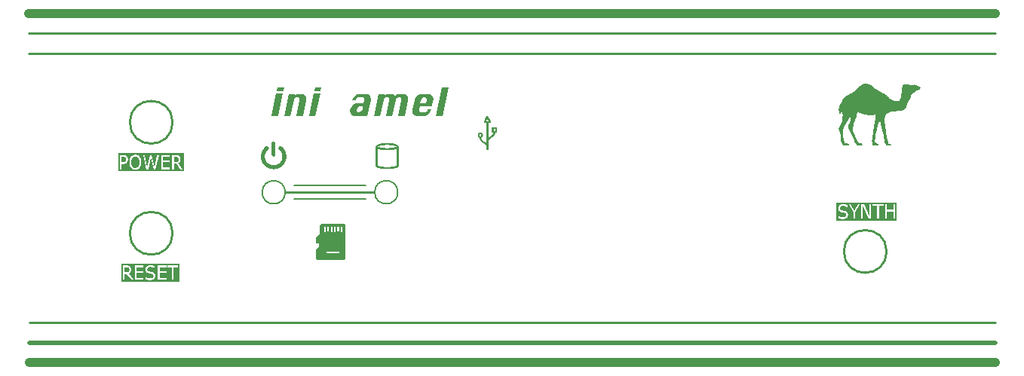
<source format=gbr>
%TF.GenerationSoftware,KiCad,Pcbnew,9.0.0*%
%TF.CreationDate,2025-03-14T14:53:35-04:00*%
%TF.ProjectId,MiniCamel_FrontPlate,4d696e69-4361-46d6-956c-5f46726f6e74,rev?*%
%TF.SameCoordinates,Original*%
%TF.FileFunction,Legend,Top*%
%TF.FilePolarity,Positive*%
%FSLAX46Y46*%
G04 Gerber Fmt 4.6, Leading zero omitted, Abs format (unit mm)*
G04 Created by KiCad (PCBNEW 9.0.0) date 2025-03-14 14:53:35*
%MOMM*%
%LPD*%
G01*
G04 APERTURE LIST*
%ADD10C,0.250000*%
%ADD11C,0.000000*%
%ADD12C,0.150000*%
%ADD13C,0.200000*%
%ADD14C,0.254000*%
%ADD15C,1.000000*%
%ADD16C,0.500000*%
%ADD17C,0.600000*%
%ADD18C,0.175000*%
G04 APERTURE END LIST*
D10*
X116390000Y-91125000D02*
X106459995Y-91125000D01*
D11*
G36*
X105097521Y-85442643D02*
G01*
X105108598Y-85443467D01*
X105119580Y-85444831D01*
X105130450Y-85446728D01*
X105141189Y-85449149D01*
X105151778Y-85452088D01*
X105162199Y-85455536D01*
X105172434Y-85459486D01*
X105182464Y-85463930D01*
X105192271Y-85468861D01*
X105201837Y-85474271D01*
X105211142Y-85480152D01*
X105220169Y-85486497D01*
X105228899Y-85493298D01*
X105237314Y-85500547D01*
X105245394Y-85508237D01*
X105253084Y-85516319D01*
X105260334Y-85524733D01*
X105267134Y-85533463D01*
X105273479Y-85542491D01*
X105279360Y-85551796D01*
X105284770Y-85561362D01*
X105289701Y-85571169D01*
X105294145Y-85581199D01*
X105298095Y-85591434D01*
X105301543Y-85601855D01*
X105304482Y-85612444D01*
X105306904Y-85623183D01*
X105308800Y-85634052D01*
X105310165Y-85645034D01*
X105310989Y-85656111D01*
X105311265Y-85667263D01*
X105311265Y-86884346D01*
X105310964Y-86895490D01*
X105310117Y-86906557D01*
X105308732Y-86917529D01*
X105306817Y-86928389D01*
X105304379Y-86939116D01*
X105301426Y-86949694D01*
X105297965Y-86960104D01*
X105294005Y-86970328D01*
X105289552Y-86980347D01*
X105284615Y-86990144D01*
X105279201Y-86999699D01*
X105273317Y-87008995D01*
X105266971Y-87018013D01*
X105260172Y-87026735D01*
X105252926Y-87035142D01*
X105245241Y-87043218D01*
X105237166Y-87050903D01*
X105228758Y-87058149D01*
X105220036Y-87064948D01*
X105211018Y-87071294D01*
X105201722Y-87077177D01*
X105192167Y-87082592D01*
X105182371Y-87087529D01*
X105172352Y-87091982D01*
X105162128Y-87095942D01*
X105151718Y-87099403D01*
X105141140Y-87102356D01*
X105130412Y-87104794D01*
X105119553Y-87106709D01*
X105108580Y-87108094D01*
X105097513Y-87108941D01*
X105086369Y-87109242D01*
X105075225Y-87108941D01*
X105064158Y-87108094D01*
X105053186Y-87106709D01*
X105042327Y-87104794D01*
X105031599Y-87102356D01*
X105021021Y-87099403D01*
X105010611Y-87095942D01*
X105000387Y-87091982D01*
X104990368Y-87087529D01*
X104980571Y-87082592D01*
X104971016Y-87077177D01*
X104961720Y-87071294D01*
X104952702Y-87064948D01*
X104943980Y-87058149D01*
X104935573Y-87050903D01*
X104927497Y-87043218D01*
X104919813Y-87035142D01*
X104912567Y-87026735D01*
X104905767Y-87018013D01*
X104899422Y-87008995D01*
X104893538Y-86999699D01*
X104888124Y-86990144D01*
X104883186Y-86980347D01*
X104878734Y-86970328D01*
X104874773Y-86960104D01*
X104871312Y-86949694D01*
X104868359Y-86939116D01*
X104865921Y-86928389D01*
X104864006Y-86917529D01*
X104862621Y-86906557D01*
X104861775Y-86895490D01*
X104861473Y-86884346D01*
X104861473Y-85667263D01*
X104861750Y-85656111D01*
X104862574Y-85645034D01*
X104863938Y-85634052D01*
X104865835Y-85623183D01*
X104868256Y-85612444D01*
X104871195Y-85601855D01*
X104874643Y-85591434D01*
X104878593Y-85581199D01*
X104883038Y-85571169D01*
X104887968Y-85561362D01*
X104893378Y-85551796D01*
X104899259Y-85542491D01*
X104905604Y-85533463D01*
X104912405Y-85524733D01*
X104919654Y-85516319D01*
X104927344Y-85508237D01*
X104935425Y-85500547D01*
X104943839Y-85493298D01*
X104952569Y-85486497D01*
X104961596Y-85480152D01*
X104970902Y-85474271D01*
X104980467Y-85468861D01*
X104990274Y-85463930D01*
X105000304Y-85459486D01*
X105010539Y-85455536D01*
X105020961Y-85452088D01*
X105031550Y-85449149D01*
X105042289Y-85446728D01*
X105053158Y-85444831D01*
X105064141Y-85443467D01*
X105075217Y-85442643D01*
X105086369Y-85442367D01*
X105097521Y-85442643D01*
G37*
D12*
X115424998Y-90375000D02*
X107424998Y-90375000D01*
D10*
X186110000Y-75519196D02*
X77610000Y-75519172D01*
D12*
X115424998Y-91875000D02*
X107424998Y-91875000D01*
D13*
X106400000Y-91135000D02*
G75*
G02*
X103800000Y-91135000I-1300000J0D01*
G01*
X103800000Y-91135000D02*
G75*
G02*
X106400000Y-91135000I1300000J0D01*
G01*
D14*
X93750000Y-95740000D02*
G75*
G02*
X88950000Y-95740000I-2400000J0D01*
G01*
X88950000Y-95740000D02*
G75*
G02*
X93750000Y-95740000I2400000J0D01*
G01*
D10*
X186110000Y-73269196D02*
X77610000Y-73269172D01*
D11*
G36*
X112913098Y-94641799D02*
G01*
X112926781Y-94642817D01*
X112940347Y-94644503D01*
X112953774Y-94646845D01*
X112967039Y-94649837D01*
X112980120Y-94653466D01*
X112992993Y-94657726D01*
X113005636Y-94662605D01*
X113018027Y-94668095D01*
X113030141Y-94674186D01*
X113041958Y-94680869D01*
X113053453Y-94688134D01*
X113064604Y-94695972D01*
X113075388Y-94704373D01*
X113085783Y-94713328D01*
X113095765Y-94722827D01*
X113105265Y-94732810D01*
X113114220Y-94743205D01*
X113122621Y-94753989D01*
X113130459Y-94765140D01*
X113137724Y-94776635D01*
X113144407Y-94788451D01*
X113150498Y-94800566D01*
X113155988Y-94812956D01*
X113160867Y-94825599D01*
X113165126Y-94838473D01*
X113168756Y-94851554D01*
X113171747Y-94864819D01*
X113174090Y-94878246D01*
X113175775Y-94891812D01*
X113176793Y-94905495D01*
X113177135Y-94919270D01*
X113177135Y-98530833D01*
X113176907Y-98540017D01*
X113176229Y-98549138D01*
X113175105Y-98558183D01*
X113173543Y-98567134D01*
X113171549Y-98575978D01*
X113169129Y-98584698D01*
X113166290Y-98593280D01*
X113163037Y-98601709D01*
X113159377Y-98609969D01*
X113155316Y-98618046D01*
X113150861Y-98625923D01*
X113146018Y-98633587D01*
X113140793Y-98641021D01*
X113135192Y-98648210D01*
X113129222Y-98655140D01*
X113122889Y-98661795D01*
X113116234Y-98668128D01*
X113109304Y-98674098D01*
X113102114Y-98679699D01*
X113094680Y-98684924D01*
X113087017Y-98689767D01*
X113079140Y-98694222D01*
X113071063Y-98698283D01*
X113062803Y-98701943D01*
X113054374Y-98705196D01*
X113045792Y-98708035D01*
X113037071Y-98710455D01*
X113028228Y-98712450D01*
X113019276Y-98714011D01*
X113010232Y-98715135D01*
X113001111Y-98715813D01*
X112991927Y-98716041D01*
X110028593Y-98716041D01*
X110019409Y-98715813D01*
X110010288Y-98715135D01*
X110001244Y-98714011D01*
X109992292Y-98712450D01*
X109983449Y-98710455D01*
X109974728Y-98708035D01*
X109966146Y-98705196D01*
X109957717Y-98701943D01*
X109949457Y-98698283D01*
X109941381Y-98694222D01*
X109933503Y-98689767D01*
X109925840Y-98684924D01*
X109918406Y-98679699D01*
X109911216Y-98674098D01*
X109904286Y-98668128D01*
X109897631Y-98661795D01*
X109891298Y-98655140D01*
X109885328Y-98648210D01*
X109879727Y-98641021D01*
X109874502Y-98633587D01*
X109869659Y-98625923D01*
X109865204Y-98618046D01*
X109861143Y-98609969D01*
X109857483Y-98601709D01*
X109854230Y-98593280D01*
X109851391Y-98584698D01*
X109848971Y-98575978D01*
X109846977Y-98567134D01*
X109845415Y-98558183D01*
X109844291Y-98549138D01*
X109843613Y-98540017D01*
X109843385Y-98530833D01*
X109843385Y-97928906D01*
X111047239Y-97928906D01*
X111047296Y-97931202D01*
X111047466Y-97933482D01*
X111047746Y-97935743D01*
X111048137Y-97937981D01*
X111048635Y-97940192D01*
X111049240Y-97942372D01*
X111049950Y-97944517D01*
X111050764Y-97946625D01*
X111051679Y-97948690D01*
X111052694Y-97950709D01*
X111053807Y-97952678D01*
X111055018Y-97954594D01*
X111056325Y-97956453D01*
X111057725Y-97958250D01*
X111059217Y-97959983D01*
X111060801Y-97961646D01*
X111062464Y-97963230D01*
X111064197Y-97964722D01*
X111065994Y-97966122D01*
X111067853Y-97967429D01*
X111069769Y-97968639D01*
X111071738Y-97969753D01*
X111073757Y-97970768D01*
X111075822Y-97971683D01*
X111077929Y-97972497D01*
X111080075Y-97973206D01*
X111082255Y-97973811D01*
X111084466Y-97974310D01*
X111086704Y-97974700D01*
X111088965Y-97974981D01*
X111091245Y-97975151D01*
X111093541Y-97975208D01*
X112390000Y-97975208D01*
X112392296Y-97975151D01*
X112394576Y-97974981D01*
X112396837Y-97974700D01*
X112399075Y-97974310D01*
X112401286Y-97973811D01*
X112403466Y-97973206D01*
X112405611Y-97972497D01*
X112407718Y-97971683D01*
X112409783Y-97970768D01*
X112411803Y-97969753D01*
X112413772Y-97968639D01*
X112415688Y-97967429D01*
X112417546Y-97966122D01*
X112419344Y-97964722D01*
X112421076Y-97963230D01*
X112422740Y-97961646D01*
X112424323Y-97959983D01*
X112425816Y-97958250D01*
X112427216Y-97956453D01*
X112428522Y-97954594D01*
X112429733Y-97952678D01*
X112430847Y-97950709D01*
X112431862Y-97948690D01*
X112432777Y-97946625D01*
X112433590Y-97944517D01*
X112434300Y-97942372D01*
X112434905Y-97940192D01*
X112435404Y-97937981D01*
X112435794Y-97935743D01*
X112436075Y-97933482D01*
X112436245Y-97931202D01*
X112436301Y-97928906D01*
X112436301Y-97836302D01*
X112436245Y-97834006D01*
X112436075Y-97831725D01*
X112435794Y-97829464D01*
X112435404Y-97827226D01*
X112434905Y-97825016D01*
X112434300Y-97822835D01*
X112433590Y-97820690D01*
X112432777Y-97818583D01*
X112431862Y-97816518D01*
X112430847Y-97814498D01*
X112429733Y-97812529D01*
X112428522Y-97810613D01*
X112427216Y-97808755D01*
X112425816Y-97806957D01*
X112424323Y-97805225D01*
X112422740Y-97803561D01*
X112421076Y-97801978D01*
X112419344Y-97800485D01*
X112417546Y-97799085D01*
X112415688Y-97797779D01*
X112413772Y-97796568D01*
X112411803Y-97795454D01*
X112409783Y-97794439D01*
X112407718Y-97793524D01*
X112405611Y-97792711D01*
X112403466Y-97792001D01*
X112401286Y-97791396D01*
X112399075Y-97790897D01*
X112396837Y-97790507D01*
X112394576Y-97790226D01*
X112392296Y-97790056D01*
X112390000Y-97790000D01*
X111093541Y-97790000D01*
X111091245Y-97790056D01*
X111088965Y-97790226D01*
X111086704Y-97790507D01*
X111084466Y-97790897D01*
X111082255Y-97791396D01*
X111080075Y-97792001D01*
X111077929Y-97792711D01*
X111075822Y-97793524D01*
X111073757Y-97794439D01*
X111071738Y-97795454D01*
X111069769Y-97796568D01*
X111067853Y-97797779D01*
X111065994Y-97799085D01*
X111064197Y-97800485D01*
X111062464Y-97801978D01*
X111060801Y-97803561D01*
X111059217Y-97805225D01*
X111057725Y-97806957D01*
X111056325Y-97808755D01*
X111055018Y-97810613D01*
X111053807Y-97812529D01*
X111052694Y-97814498D01*
X111051679Y-97816518D01*
X111050764Y-97818583D01*
X111049950Y-97820690D01*
X111049240Y-97822835D01*
X111048635Y-97825016D01*
X111048137Y-97827226D01*
X111047746Y-97829464D01*
X111047466Y-97831725D01*
X111047296Y-97834006D01*
X111047239Y-97836302D01*
X111047239Y-97928906D01*
X109843385Y-97928906D01*
X109843385Y-97836302D01*
X109843385Y-97623960D01*
X109843557Y-97617077D01*
X109844067Y-97610241D01*
X109844910Y-97603462D01*
X109846081Y-97596754D01*
X109847576Y-97590125D01*
X109849390Y-97583590D01*
X109851518Y-97577157D01*
X109853956Y-97570840D01*
X109856698Y-97564649D01*
X109859741Y-97558595D01*
X109863080Y-97552690D01*
X109866709Y-97546946D01*
X109870624Y-97541374D01*
X109874820Y-97535984D01*
X109879293Y-97530789D01*
X109884038Y-97525800D01*
X110213802Y-97196037D01*
X110213802Y-96863958D01*
X109935989Y-96863958D01*
X109931397Y-96863844D01*
X109926836Y-96863505D01*
X109922314Y-96862943D01*
X109917839Y-96862162D01*
X109913417Y-96861165D01*
X109909057Y-96859955D01*
X109904766Y-96858535D01*
X109900551Y-96856909D01*
X109896421Y-96855079D01*
X109892383Y-96853049D01*
X109888444Y-96850821D01*
X109884612Y-96848399D01*
X109880895Y-96845787D01*
X109877301Y-96842986D01*
X109873836Y-96840001D01*
X109870508Y-96836835D01*
X109867342Y-96833507D01*
X109864357Y-96830042D01*
X109861556Y-96826448D01*
X109858944Y-96822731D01*
X109856522Y-96818899D01*
X109854294Y-96814960D01*
X109852264Y-96810922D01*
X109850434Y-96806792D01*
X109848808Y-96802577D01*
X109847388Y-96798286D01*
X109846178Y-96793926D01*
X109845181Y-96789504D01*
X109844400Y-96785029D01*
X109843838Y-96780507D01*
X109843499Y-96775946D01*
X109843385Y-96771354D01*
X109843385Y-96327595D01*
X109843553Y-96320705D01*
X109844059Y-96313863D01*
X109844899Y-96307078D01*
X109846067Y-96300363D01*
X109847560Y-96293729D01*
X109849373Y-96287186D01*
X109851500Y-96280748D01*
X109853938Y-96274424D01*
X109856681Y-96268227D01*
X109859725Y-96262167D01*
X109863065Y-96256257D01*
X109866696Y-96250507D01*
X109870613Y-96244929D01*
X109874813Y-96239535D01*
X109879289Y-96234335D01*
X109884038Y-96229341D01*
X110306406Y-95806974D01*
X110306406Y-95521198D01*
X110769427Y-95521198D01*
X110769484Y-95523494D01*
X110769653Y-95525774D01*
X110769934Y-95528035D01*
X110770325Y-95530273D01*
X110770823Y-95532484D01*
X110771428Y-95534664D01*
X110772138Y-95536809D01*
X110772951Y-95538917D01*
X110773866Y-95540982D01*
X110774881Y-95543001D01*
X110775995Y-95544970D01*
X110777206Y-95546886D01*
X110778512Y-95548744D01*
X110779912Y-95550542D01*
X110781405Y-95552274D01*
X110782988Y-95553938D01*
X110784652Y-95555521D01*
X110786384Y-95557014D01*
X110788182Y-95558414D01*
X110790040Y-95559720D01*
X110791956Y-95560931D01*
X110793926Y-95562045D01*
X110795945Y-95563060D01*
X110798010Y-95563975D01*
X110800117Y-95564788D01*
X110802262Y-95565498D01*
X110804443Y-95566103D01*
X110806653Y-95566602D01*
X110808891Y-95566992D01*
X110811152Y-95567273D01*
X110813433Y-95567443D01*
X110815729Y-95567500D01*
X110908333Y-95567500D01*
X110910629Y-95567443D01*
X110912909Y-95567273D01*
X110915170Y-95566992D01*
X110917408Y-95566602D01*
X110919619Y-95566103D01*
X110921799Y-95565498D01*
X110923945Y-95564788D01*
X110926052Y-95563975D01*
X110928117Y-95563060D01*
X110930136Y-95562045D01*
X110932105Y-95560931D01*
X110934021Y-95559720D01*
X110935880Y-95558414D01*
X110937677Y-95557014D01*
X110939410Y-95555521D01*
X110941073Y-95553938D01*
X110942657Y-95552274D01*
X110944149Y-95550542D01*
X110945549Y-95548744D01*
X110946856Y-95546886D01*
X110948067Y-95544970D01*
X110949180Y-95543001D01*
X110950196Y-95540982D01*
X110951110Y-95538917D01*
X110951924Y-95536809D01*
X110952634Y-95534664D01*
X110953239Y-95532484D01*
X110953737Y-95530273D01*
X110954128Y-95528035D01*
X110954408Y-95525774D01*
X110954578Y-95523494D01*
X110954635Y-95521198D01*
X111139843Y-95521198D01*
X111139900Y-95523494D01*
X111140070Y-95525774D01*
X111140351Y-95528035D01*
X111140741Y-95530273D01*
X111141240Y-95532484D01*
X111141845Y-95534664D01*
X111142555Y-95536809D01*
X111143368Y-95538917D01*
X111144283Y-95540982D01*
X111145298Y-95543001D01*
X111146412Y-95544970D01*
X111147623Y-95546886D01*
X111148929Y-95548744D01*
X111150329Y-95550542D01*
X111151822Y-95552274D01*
X111153405Y-95553938D01*
X111155069Y-95555521D01*
X111156801Y-95557014D01*
X111158598Y-95558414D01*
X111160457Y-95559720D01*
X111162373Y-95560931D01*
X111164342Y-95562045D01*
X111166361Y-95563060D01*
X111168426Y-95563975D01*
X111170534Y-95564788D01*
X111172679Y-95565498D01*
X111174859Y-95566103D01*
X111177070Y-95566602D01*
X111179308Y-95566992D01*
X111181569Y-95567273D01*
X111183849Y-95567443D01*
X111186145Y-95567500D01*
X111278750Y-95567500D01*
X111281046Y-95567443D01*
X111283326Y-95567273D01*
X111285587Y-95566992D01*
X111287825Y-95566602D01*
X111290036Y-95566103D01*
X111292216Y-95565498D01*
X111294361Y-95564788D01*
X111296469Y-95563975D01*
X111298534Y-95563060D01*
X111300553Y-95562045D01*
X111302522Y-95560931D01*
X111304438Y-95559720D01*
X111306296Y-95558414D01*
X111308094Y-95557014D01*
X111309826Y-95555521D01*
X111311490Y-95553938D01*
X111313073Y-95552274D01*
X111314566Y-95550542D01*
X111315966Y-95548744D01*
X111317272Y-95546886D01*
X111318483Y-95544970D01*
X111319597Y-95543001D01*
X111320612Y-95540982D01*
X111321527Y-95538917D01*
X111322340Y-95536809D01*
X111323050Y-95534664D01*
X111323655Y-95532484D01*
X111324154Y-95530273D01*
X111324544Y-95528035D01*
X111324825Y-95525774D01*
X111324995Y-95523494D01*
X111325052Y-95521198D01*
X111510260Y-95521198D01*
X111510317Y-95523494D01*
X111510486Y-95525774D01*
X111510767Y-95528035D01*
X111511158Y-95530273D01*
X111511656Y-95532484D01*
X111512261Y-95534664D01*
X111512971Y-95536809D01*
X111513784Y-95538917D01*
X111514699Y-95540982D01*
X111515715Y-95543001D01*
X111516828Y-95544970D01*
X111518039Y-95546886D01*
X111519345Y-95548744D01*
X111520746Y-95550542D01*
X111522238Y-95552274D01*
X111523821Y-95553938D01*
X111525485Y-95555521D01*
X111527218Y-95557014D01*
X111529015Y-95558414D01*
X111530874Y-95559720D01*
X111532789Y-95560931D01*
X111534759Y-95562045D01*
X111536778Y-95563060D01*
X111538843Y-95563975D01*
X111540950Y-95564788D01*
X111543096Y-95565498D01*
X111545276Y-95566103D01*
X111547487Y-95566602D01*
X111549725Y-95566992D01*
X111551986Y-95567273D01*
X111554266Y-95567443D01*
X111556562Y-95567500D01*
X111649166Y-95567500D01*
X111651462Y-95567443D01*
X111653743Y-95567273D01*
X111656004Y-95566992D01*
X111658241Y-95566602D01*
X111660452Y-95566103D01*
X111662632Y-95565498D01*
X111664778Y-95564788D01*
X111666885Y-95563975D01*
X111668950Y-95563060D01*
X111670969Y-95562045D01*
X111672939Y-95560931D01*
X111674855Y-95559720D01*
X111676713Y-95558414D01*
X111678511Y-95557014D01*
X111680243Y-95555521D01*
X111681907Y-95553938D01*
X111683490Y-95552274D01*
X111684983Y-95550542D01*
X111686383Y-95548744D01*
X111687689Y-95546886D01*
X111688900Y-95544970D01*
X111690014Y-95543001D01*
X111691029Y-95540982D01*
X111691944Y-95538917D01*
X111692757Y-95536809D01*
X111693467Y-95534664D01*
X111694072Y-95532484D01*
X111694570Y-95530273D01*
X111694961Y-95528035D01*
X111695242Y-95525774D01*
X111695411Y-95523494D01*
X111695468Y-95521198D01*
X111880677Y-95521198D01*
X111880733Y-95523494D01*
X111880903Y-95525774D01*
X111881184Y-95528035D01*
X111881574Y-95530273D01*
X111882073Y-95532484D01*
X111882678Y-95534664D01*
X111883388Y-95536809D01*
X111884201Y-95538917D01*
X111885116Y-95540982D01*
X111886131Y-95543001D01*
X111887245Y-95544970D01*
X111888456Y-95546886D01*
X111889762Y-95548744D01*
X111891162Y-95550542D01*
X111892655Y-95552274D01*
X111894238Y-95553938D01*
X111895902Y-95555521D01*
X111897634Y-95557014D01*
X111899432Y-95558414D01*
X111901290Y-95559720D01*
X111903206Y-95560931D01*
X111905175Y-95562045D01*
X111907195Y-95563060D01*
X111909260Y-95563975D01*
X111911367Y-95564788D01*
X111913512Y-95565498D01*
X111915692Y-95566103D01*
X111917903Y-95566602D01*
X111920141Y-95566992D01*
X111922402Y-95567273D01*
X111924683Y-95567443D01*
X111926979Y-95567500D01*
X112019583Y-95567500D01*
X112021879Y-95567443D01*
X112024159Y-95567273D01*
X112026420Y-95566992D01*
X112028658Y-95566602D01*
X112030869Y-95566103D01*
X112033049Y-95565498D01*
X112035195Y-95564788D01*
X112037302Y-95563975D01*
X112039367Y-95563060D01*
X112041386Y-95562045D01*
X112043355Y-95560931D01*
X112045271Y-95559720D01*
X112047130Y-95558414D01*
X112048927Y-95557014D01*
X112050660Y-95555521D01*
X112052323Y-95553938D01*
X112053907Y-95552274D01*
X112055399Y-95550542D01*
X112056799Y-95548744D01*
X112058106Y-95546886D01*
X112059316Y-95544970D01*
X112060430Y-95543001D01*
X112061445Y-95540982D01*
X112062360Y-95538917D01*
X112063174Y-95536809D01*
X112063883Y-95534664D01*
X112064488Y-95532484D01*
X112064987Y-95530273D01*
X112065377Y-95528035D01*
X112065658Y-95525774D01*
X112065828Y-95523494D01*
X112065885Y-95521198D01*
X112251093Y-95521198D01*
X112251150Y-95523494D01*
X112251320Y-95525774D01*
X112251601Y-95528035D01*
X112251991Y-95530273D01*
X112252490Y-95532484D01*
X112253095Y-95534664D01*
X112253805Y-95536809D01*
X112254618Y-95538917D01*
X112255533Y-95540982D01*
X112256548Y-95543001D01*
X112257662Y-95544970D01*
X112258872Y-95546886D01*
X112260179Y-95548744D01*
X112261579Y-95550542D01*
X112263071Y-95552274D01*
X112264655Y-95553938D01*
X112266318Y-95555521D01*
X112268051Y-95557014D01*
X112269848Y-95558414D01*
X112271707Y-95559720D01*
X112273623Y-95560931D01*
X112275592Y-95562045D01*
X112277611Y-95563060D01*
X112279676Y-95563975D01*
X112281784Y-95564788D01*
X112283929Y-95565498D01*
X112286109Y-95566103D01*
X112288320Y-95566602D01*
X112290558Y-95566992D01*
X112292819Y-95567273D01*
X112295099Y-95567443D01*
X112297395Y-95567500D01*
X112390000Y-95567500D01*
X112392296Y-95567443D01*
X112394576Y-95567273D01*
X112396837Y-95566992D01*
X112399075Y-95566602D01*
X112401286Y-95566103D01*
X112403466Y-95565498D01*
X112405611Y-95564788D01*
X112407718Y-95563975D01*
X112409783Y-95563060D01*
X112411803Y-95562045D01*
X112413772Y-95560931D01*
X112415688Y-95559720D01*
X112417546Y-95558414D01*
X112419344Y-95557014D01*
X112421076Y-95555521D01*
X112422740Y-95553938D01*
X112424323Y-95552274D01*
X112425816Y-95550542D01*
X112427216Y-95548744D01*
X112428522Y-95546886D01*
X112429733Y-95544970D01*
X112430847Y-95543001D01*
X112431862Y-95540982D01*
X112432777Y-95538917D01*
X112433590Y-95536809D01*
X112434300Y-95534664D01*
X112434905Y-95532484D01*
X112435404Y-95530273D01*
X112435794Y-95528035D01*
X112436075Y-95525774D01*
X112436245Y-95523494D01*
X112436301Y-95521198D01*
X112621510Y-95521198D01*
X112621567Y-95523494D01*
X112621736Y-95525774D01*
X112622017Y-95528035D01*
X112622408Y-95530273D01*
X112622906Y-95532484D01*
X112623511Y-95534664D01*
X112624221Y-95536809D01*
X112625034Y-95538917D01*
X112625949Y-95540982D01*
X112626964Y-95543001D01*
X112628078Y-95544970D01*
X112629289Y-95546886D01*
X112630595Y-95548744D01*
X112631995Y-95550542D01*
X112633488Y-95552274D01*
X112635071Y-95553938D01*
X112636735Y-95555521D01*
X112638468Y-95557014D01*
X112640265Y-95558414D01*
X112642124Y-95559720D01*
X112644039Y-95560931D01*
X112646009Y-95562045D01*
X112648028Y-95563060D01*
X112650093Y-95563975D01*
X112652200Y-95564788D01*
X112654346Y-95565498D01*
X112656526Y-95566103D01*
X112658737Y-95566602D01*
X112660975Y-95566992D01*
X112663236Y-95567273D01*
X112665516Y-95567443D01*
X112667812Y-95567500D01*
X112760416Y-95567500D01*
X112762712Y-95567443D01*
X112764992Y-95567273D01*
X112767253Y-95566992D01*
X112769491Y-95566602D01*
X112771702Y-95566103D01*
X112773882Y-95565498D01*
X112776028Y-95564788D01*
X112778135Y-95563975D01*
X112780200Y-95563060D01*
X112782219Y-95562045D01*
X112784189Y-95560931D01*
X112786105Y-95559720D01*
X112787963Y-95558414D01*
X112789760Y-95557014D01*
X112791493Y-95555521D01*
X112793157Y-95553938D01*
X112794740Y-95552274D01*
X112796233Y-95550542D01*
X112797633Y-95548744D01*
X112798939Y-95546886D01*
X112800150Y-95544970D01*
X112801264Y-95543001D01*
X112802279Y-95540982D01*
X112803194Y-95538917D01*
X112804007Y-95536809D01*
X112804717Y-95534664D01*
X112805322Y-95532484D01*
X112805820Y-95530273D01*
X112806211Y-95528035D01*
X112806492Y-95525774D01*
X112806661Y-95523494D01*
X112806718Y-95521198D01*
X112806718Y-95058177D01*
X112806661Y-95055881D01*
X112806492Y-95053600D01*
X112806211Y-95051339D01*
X112805820Y-95049101D01*
X112805322Y-95046891D01*
X112804717Y-95044710D01*
X112804007Y-95042565D01*
X112803194Y-95040458D01*
X112802279Y-95038393D01*
X112801264Y-95036374D01*
X112800150Y-95034404D01*
X112798939Y-95032488D01*
X112797633Y-95030630D01*
X112796233Y-95028832D01*
X112794740Y-95027100D01*
X112793157Y-95025436D01*
X112791493Y-95023853D01*
X112789760Y-95022360D01*
X112787963Y-95020960D01*
X112786105Y-95019654D01*
X112784189Y-95018443D01*
X112782219Y-95017329D01*
X112780200Y-95016314D01*
X112778135Y-95015399D01*
X112776028Y-95014586D01*
X112773882Y-95013876D01*
X112771702Y-95013271D01*
X112769491Y-95012773D01*
X112767253Y-95012382D01*
X112764992Y-95012101D01*
X112762712Y-95011932D01*
X112760416Y-95011875D01*
X112667812Y-95011875D01*
X112665516Y-95011932D01*
X112663236Y-95012101D01*
X112660975Y-95012382D01*
X112658737Y-95012773D01*
X112656526Y-95013271D01*
X112654346Y-95013876D01*
X112652200Y-95014586D01*
X112650093Y-95015399D01*
X112648028Y-95016314D01*
X112646009Y-95017329D01*
X112644039Y-95018443D01*
X112642124Y-95019654D01*
X112640265Y-95020960D01*
X112638468Y-95022360D01*
X112636735Y-95023853D01*
X112635071Y-95025436D01*
X112633488Y-95027100D01*
X112631995Y-95028832D01*
X112630595Y-95030630D01*
X112629289Y-95032488D01*
X112628078Y-95034404D01*
X112626964Y-95036374D01*
X112625949Y-95038393D01*
X112625034Y-95040458D01*
X112624221Y-95042565D01*
X112623511Y-95044710D01*
X112622906Y-95046891D01*
X112622408Y-95049101D01*
X112622017Y-95051339D01*
X112621736Y-95053600D01*
X112621567Y-95055881D01*
X112621510Y-95058177D01*
X112621510Y-95521198D01*
X112436301Y-95521198D01*
X112436301Y-95058177D01*
X112436245Y-95055881D01*
X112436075Y-95053600D01*
X112435794Y-95051339D01*
X112435404Y-95049101D01*
X112434905Y-95046891D01*
X112434300Y-95044710D01*
X112433590Y-95042565D01*
X112432777Y-95040458D01*
X112431862Y-95038393D01*
X112430847Y-95036374D01*
X112429733Y-95034404D01*
X112428522Y-95032488D01*
X112427216Y-95030630D01*
X112425816Y-95028832D01*
X112424323Y-95027100D01*
X112422740Y-95025436D01*
X112421076Y-95023853D01*
X112419344Y-95022360D01*
X112417546Y-95020960D01*
X112415688Y-95019654D01*
X112413772Y-95018443D01*
X112411803Y-95017329D01*
X112409783Y-95016314D01*
X112407718Y-95015399D01*
X112405611Y-95014586D01*
X112403466Y-95013876D01*
X112401286Y-95013271D01*
X112399075Y-95012773D01*
X112396837Y-95012382D01*
X112394576Y-95012101D01*
X112392296Y-95011932D01*
X112390000Y-95011875D01*
X112297395Y-95011875D01*
X112295099Y-95011932D01*
X112292819Y-95012101D01*
X112290558Y-95012382D01*
X112288320Y-95012773D01*
X112286109Y-95013271D01*
X112283929Y-95013876D01*
X112281784Y-95014586D01*
X112279676Y-95015399D01*
X112277611Y-95016314D01*
X112275592Y-95017329D01*
X112273623Y-95018443D01*
X112271707Y-95019654D01*
X112269848Y-95020960D01*
X112268051Y-95022360D01*
X112266318Y-95023853D01*
X112264655Y-95025436D01*
X112263071Y-95027100D01*
X112261579Y-95028832D01*
X112260179Y-95030630D01*
X112258872Y-95032488D01*
X112257662Y-95034404D01*
X112256548Y-95036374D01*
X112255533Y-95038393D01*
X112254618Y-95040458D01*
X112253805Y-95042565D01*
X112253095Y-95044710D01*
X112252490Y-95046891D01*
X112251991Y-95049101D01*
X112251601Y-95051339D01*
X112251320Y-95053600D01*
X112251150Y-95055881D01*
X112251093Y-95058177D01*
X112251093Y-95521198D01*
X112065885Y-95521198D01*
X112065885Y-95058177D01*
X112065828Y-95055881D01*
X112065658Y-95053600D01*
X112065377Y-95051339D01*
X112064987Y-95049101D01*
X112064488Y-95046891D01*
X112063883Y-95044710D01*
X112063174Y-95042565D01*
X112062360Y-95040458D01*
X112061445Y-95038393D01*
X112060430Y-95036374D01*
X112059316Y-95034404D01*
X112058106Y-95032488D01*
X112056799Y-95030630D01*
X112055399Y-95028832D01*
X112053907Y-95027100D01*
X112052323Y-95025436D01*
X112050660Y-95023853D01*
X112048927Y-95022360D01*
X112047130Y-95020960D01*
X112045271Y-95019654D01*
X112043355Y-95018443D01*
X112041386Y-95017329D01*
X112039367Y-95016314D01*
X112037302Y-95015399D01*
X112035195Y-95014586D01*
X112033049Y-95013876D01*
X112030869Y-95013271D01*
X112028658Y-95012773D01*
X112026420Y-95012382D01*
X112024159Y-95012101D01*
X112021879Y-95011932D01*
X112019583Y-95011875D01*
X111926979Y-95011875D01*
X111924683Y-95011932D01*
X111922402Y-95012101D01*
X111920141Y-95012382D01*
X111917903Y-95012773D01*
X111915692Y-95013271D01*
X111913512Y-95013876D01*
X111911367Y-95014586D01*
X111909260Y-95015399D01*
X111907195Y-95016314D01*
X111905175Y-95017329D01*
X111903206Y-95018443D01*
X111901290Y-95019654D01*
X111899432Y-95020960D01*
X111897634Y-95022360D01*
X111895902Y-95023853D01*
X111894238Y-95025436D01*
X111892655Y-95027100D01*
X111891162Y-95028832D01*
X111889762Y-95030630D01*
X111888456Y-95032488D01*
X111887245Y-95034404D01*
X111886131Y-95036374D01*
X111885116Y-95038393D01*
X111884201Y-95040458D01*
X111883388Y-95042565D01*
X111882678Y-95044710D01*
X111882073Y-95046891D01*
X111881574Y-95049101D01*
X111881184Y-95051339D01*
X111880903Y-95053600D01*
X111880733Y-95055881D01*
X111880677Y-95058177D01*
X111880677Y-95521198D01*
X111695468Y-95521198D01*
X111695468Y-95058177D01*
X111695411Y-95055881D01*
X111695242Y-95053600D01*
X111694961Y-95051339D01*
X111694570Y-95049101D01*
X111694072Y-95046891D01*
X111693467Y-95044710D01*
X111692757Y-95042565D01*
X111691944Y-95040458D01*
X111691029Y-95038393D01*
X111690014Y-95036374D01*
X111688900Y-95034404D01*
X111687689Y-95032488D01*
X111686383Y-95030630D01*
X111684983Y-95028832D01*
X111683490Y-95027100D01*
X111681907Y-95025436D01*
X111680243Y-95023853D01*
X111678511Y-95022360D01*
X111676713Y-95020960D01*
X111674855Y-95019654D01*
X111672939Y-95018443D01*
X111670969Y-95017329D01*
X111668950Y-95016314D01*
X111666885Y-95015399D01*
X111664778Y-95014586D01*
X111662632Y-95013876D01*
X111660452Y-95013271D01*
X111658241Y-95012773D01*
X111656004Y-95012382D01*
X111653743Y-95012101D01*
X111651462Y-95011932D01*
X111649166Y-95011875D01*
X111556562Y-95011875D01*
X111554266Y-95011932D01*
X111551986Y-95012101D01*
X111549725Y-95012382D01*
X111547487Y-95012773D01*
X111545276Y-95013271D01*
X111543096Y-95013876D01*
X111540950Y-95014586D01*
X111538843Y-95015399D01*
X111536778Y-95016314D01*
X111534759Y-95017329D01*
X111532789Y-95018443D01*
X111530874Y-95019654D01*
X111529015Y-95020960D01*
X111527218Y-95022360D01*
X111525485Y-95023853D01*
X111523821Y-95025436D01*
X111522238Y-95027100D01*
X111520746Y-95028832D01*
X111519345Y-95030630D01*
X111518039Y-95032488D01*
X111516828Y-95034404D01*
X111515715Y-95036374D01*
X111514699Y-95038393D01*
X111513784Y-95040458D01*
X111512971Y-95042565D01*
X111512261Y-95044710D01*
X111511656Y-95046891D01*
X111511158Y-95049101D01*
X111510767Y-95051339D01*
X111510486Y-95053600D01*
X111510317Y-95055881D01*
X111510260Y-95058177D01*
X111510260Y-95521198D01*
X111325052Y-95521198D01*
X111325052Y-95058177D01*
X111324995Y-95055881D01*
X111324825Y-95053600D01*
X111324544Y-95051339D01*
X111324154Y-95049101D01*
X111323655Y-95046891D01*
X111323050Y-95044710D01*
X111322340Y-95042565D01*
X111321527Y-95040458D01*
X111320612Y-95038393D01*
X111319597Y-95036374D01*
X111318483Y-95034404D01*
X111317272Y-95032488D01*
X111315966Y-95030630D01*
X111314566Y-95028832D01*
X111313073Y-95027100D01*
X111311490Y-95025436D01*
X111309826Y-95023853D01*
X111308094Y-95022360D01*
X111306296Y-95020960D01*
X111304438Y-95019654D01*
X111302522Y-95018443D01*
X111300553Y-95017329D01*
X111298534Y-95016314D01*
X111296469Y-95015399D01*
X111294361Y-95014586D01*
X111292216Y-95013876D01*
X111290036Y-95013271D01*
X111287825Y-95012773D01*
X111285587Y-95012382D01*
X111283326Y-95012101D01*
X111281046Y-95011932D01*
X111278750Y-95011875D01*
X111186145Y-95011875D01*
X111183849Y-95011932D01*
X111181569Y-95012101D01*
X111179308Y-95012382D01*
X111177070Y-95012773D01*
X111174859Y-95013271D01*
X111172679Y-95013876D01*
X111170534Y-95014586D01*
X111168426Y-95015399D01*
X111166361Y-95016314D01*
X111164342Y-95017329D01*
X111162373Y-95018443D01*
X111160457Y-95019654D01*
X111158598Y-95020960D01*
X111156801Y-95022360D01*
X111155069Y-95023853D01*
X111153405Y-95025436D01*
X111151822Y-95027100D01*
X111150329Y-95028832D01*
X111148929Y-95030630D01*
X111147623Y-95032488D01*
X111146412Y-95034404D01*
X111145298Y-95036374D01*
X111144283Y-95038393D01*
X111143368Y-95040458D01*
X111142555Y-95042565D01*
X111141845Y-95044710D01*
X111141240Y-95046891D01*
X111140741Y-95049101D01*
X111140351Y-95051339D01*
X111140070Y-95053600D01*
X111139900Y-95055881D01*
X111139843Y-95058177D01*
X111139843Y-95521198D01*
X110954635Y-95521198D01*
X110954635Y-95058177D01*
X110954578Y-95055881D01*
X110954408Y-95053600D01*
X110954128Y-95051339D01*
X110953737Y-95049101D01*
X110953239Y-95046891D01*
X110952634Y-95044710D01*
X110951924Y-95042565D01*
X110951110Y-95040458D01*
X110950196Y-95038393D01*
X110949180Y-95036374D01*
X110948067Y-95034404D01*
X110946856Y-95032488D01*
X110945549Y-95030630D01*
X110944149Y-95028832D01*
X110942657Y-95027100D01*
X110941073Y-95025436D01*
X110939410Y-95023853D01*
X110937677Y-95022360D01*
X110935880Y-95020960D01*
X110934021Y-95019654D01*
X110932105Y-95018443D01*
X110930136Y-95017329D01*
X110928117Y-95016314D01*
X110926052Y-95015399D01*
X110923945Y-95014586D01*
X110921799Y-95013876D01*
X110919619Y-95013271D01*
X110917408Y-95012773D01*
X110915170Y-95012382D01*
X110912909Y-95012101D01*
X110910629Y-95011932D01*
X110908333Y-95011875D01*
X110815729Y-95011875D01*
X110813433Y-95011932D01*
X110811152Y-95012101D01*
X110808891Y-95012382D01*
X110806653Y-95012773D01*
X110804443Y-95013271D01*
X110802262Y-95013876D01*
X110800117Y-95014586D01*
X110798010Y-95015399D01*
X110795945Y-95016314D01*
X110793926Y-95017329D01*
X110791956Y-95018443D01*
X110790040Y-95019654D01*
X110788182Y-95020960D01*
X110786384Y-95022360D01*
X110784652Y-95023853D01*
X110782988Y-95025436D01*
X110781405Y-95027100D01*
X110779912Y-95028832D01*
X110778512Y-95030630D01*
X110777206Y-95032488D01*
X110775995Y-95034404D01*
X110774881Y-95036374D01*
X110773866Y-95038393D01*
X110772951Y-95040458D01*
X110772138Y-95042565D01*
X110771428Y-95044710D01*
X110770823Y-95046891D01*
X110770325Y-95049101D01*
X110769934Y-95051339D01*
X110769653Y-95053600D01*
X110769484Y-95055881D01*
X110769427Y-95058177D01*
X110769427Y-95521198D01*
X110306406Y-95521198D01*
X110306406Y-95058177D01*
X110306406Y-94919271D01*
X110306747Y-94905495D01*
X110307765Y-94891812D01*
X110309450Y-94878246D01*
X110311793Y-94864819D01*
X110314784Y-94851554D01*
X110318414Y-94838473D01*
X110322674Y-94825600D01*
X110327553Y-94812956D01*
X110333043Y-94800566D01*
X110339134Y-94788451D01*
X110345817Y-94776635D01*
X110353082Y-94765140D01*
X110360919Y-94753989D01*
X110369320Y-94743205D01*
X110378276Y-94732810D01*
X110387775Y-94722827D01*
X110397758Y-94713328D01*
X110408152Y-94704373D01*
X110418937Y-94695972D01*
X110430088Y-94688134D01*
X110441583Y-94680869D01*
X110453399Y-94674186D01*
X110465514Y-94668095D01*
X110477904Y-94662605D01*
X110490547Y-94657726D01*
X110503421Y-94653466D01*
X110516501Y-94649837D01*
X110529767Y-94646845D01*
X110543194Y-94644503D01*
X110556760Y-94642817D01*
X110570442Y-94641799D01*
X110584218Y-94641458D01*
X112899322Y-94641458D01*
X112913098Y-94641799D01*
G37*
D15*
X186110000Y-71019196D02*
X77610000Y-71019172D01*
D10*
X186140000Y-105770024D02*
X77640000Y-105770000D01*
D11*
G36*
X129104266Y-82545327D02*
G01*
X129107735Y-82545539D01*
X129111179Y-82545872D01*
X129114596Y-82546322D01*
X129117983Y-82546888D01*
X129121337Y-82547570D01*
X129124657Y-82548364D01*
X129127939Y-82549269D01*
X129131181Y-82550285D01*
X129134380Y-82551409D01*
X129137533Y-82552639D01*
X129140639Y-82553975D01*
X129143695Y-82555414D01*
X129146697Y-82556954D01*
X129149644Y-82558595D01*
X129152533Y-82560335D01*
X129155361Y-82562172D01*
X129158126Y-82564104D01*
X129160825Y-82566129D01*
X129163455Y-82568247D01*
X129166015Y-82570456D01*
X129168501Y-82572754D01*
X129170911Y-82575139D01*
X129173243Y-82577609D01*
X129175493Y-82580164D01*
X129177659Y-82582802D01*
X129179740Y-82585520D01*
X129181731Y-82588318D01*
X129183630Y-82591193D01*
X129185436Y-82594145D01*
X129187145Y-82597171D01*
X129188754Y-82600270D01*
X129486411Y-83195583D01*
X129489078Y-83201411D01*
X129491347Y-83207354D01*
X129493221Y-83213393D01*
X129494700Y-83219509D01*
X129495784Y-83225683D01*
X129496474Y-83231895D01*
X129496772Y-83238128D01*
X129496678Y-83244362D01*
X129496194Y-83250577D01*
X129495319Y-83256755D01*
X129494056Y-83262877D01*
X129492404Y-83268924D01*
X129490365Y-83274876D01*
X129487939Y-83280715D01*
X129485128Y-83286422D01*
X129481932Y-83291978D01*
X129478385Y-83297316D01*
X129474532Y-83302378D01*
X129470387Y-83307154D01*
X129465970Y-83311634D01*
X129461295Y-83315810D01*
X129456379Y-83319671D01*
X129451240Y-83323210D01*
X129445893Y-83326416D01*
X129440356Y-83329280D01*
X129434645Y-83331794D01*
X129428777Y-83333947D01*
X129422768Y-83335731D01*
X129416634Y-83337136D01*
X129410394Y-83338153D01*
X129404062Y-83338772D01*
X129397656Y-83338985D01*
X129199219Y-83338985D01*
X129199219Y-85050896D01*
X129223897Y-85024371D01*
X129250053Y-84997996D01*
X129277756Y-84971788D01*
X129307072Y-84945767D01*
X129338071Y-84919952D01*
X129370819Y-84894362D01*
X129405386Y-84869016D01*
X129441840Y-84843932D01*
X129482340Y-84816079D01*
X129519763Y-84788607D01*
X129554218Y-84761490D01*
X129585816Y-84734706D01*
X129614666Y-84708229D01*
X129640878Y-84682035D01*
X129664562Y-84656101D01*
X129685829Y-84630402D01*
X129704789Y-84604915D01*
X129721551Y-84579615D01*
X129736225Y-84554477D01*
X129748921Y-84529479D01*
X129759749Y-84504595D01*
X129768820Y-84479802D01*
X129776244Y-84455075D01*
X129782129Y-84430391D01*
X129695303Y-84430391D01*
X129690197Y-84430261D01*
X129685159Y-84429877D01*
X129680193Y-84429245D01*
X129675308Y-84428372D01*
X129670508Y-84427263D01*
X129665800Y-84425925D01*
X129661190Y-84424365D01*
X129656685Y-84422588D01*
X129652290Y-84420600D01*
X129648012Y-84418409D01*
X129643858Y-84416019D01*
X129639833Y-84413438D01*
X129635943Y-84410672D01*
X129632195Y-84407726D01*
X129628596Y-84404607D01*
X129625150Y-84401322D01*
X129621865Y-84397876D01*
X129618747Y-84394276D01*
X129615802Y-84390528D01*
X129613036Y-84386638D01*
X129610456Y-84382613D01*
X129608067Y-84378458D01*
X129605876Y-84374181D01*
X129603890Y-84369786D01*
X129602113Y-84365281D01*
X129600554Y-84360672D01*
X129599217Y-84355964D01*
X129598109Y-84351164D01*
X129597237Y-84346279D01*
X129596606Y-84341315D01*
X129596223Y-84336277D01*
X129596094Y-84331172D01*
X129596094Y-84231954D01*
X129596094Y-84033516D01*
X129794531Y-84033516D01*
X129794531Y-84231954D01*
X129992969Y-84231954D01*
X129992969Y-84033516D01*
X129794531Y-84033516D01*
X129596094Y-84033516D01*
X129596094Y-83934297D01*
X129596223Y-83929192D01*
X129596607Y-83924153D01*
X129597238Y-83919188D01*
X129598111Y-83914302D01*
X129599219Y-83909502D01*
X129600557Y-83904794D01*
X129602117Y-83900184D01*
X129603894Y-83895679D01*
X129605881Y-83891284D01*
X129608072Y-83887006D01*
X129610461Y-83882851D01*
X129613042Y-83878826D01*
X129615808Y-83874936D01*
X129618754Y-83871188D01*
X129621872Y-83867588D01*
X129625157Y-83864142D01*
X129628603Y-83860857D01*
X129632203Y-83857738D01*
X129635951Y-83854793D01*
X129639841Y-83852027D01*
X129643866Y-83849446D01*
X129648021Y-83847057D01*
X129652299Y-83844866D01*
X129656694Y-83842878D01*
X129661199Y-83841102D01*
X129665809Y-83839542D01*
X129670517Y-83838204D01*
X129675318Y-83837096D01*
X129680203Y-83836223D01*
X129685169Y-83835592D01*
X129690207Y-83835208D01*
X129695313Y-83835079D01*
X130092198Y-83835079D01*
X130097303Y-83835209D01*
X130102342Y-83835593D01*
X130107307Y-83836225D01*
X130112193Y-83837098D01*
X130116993Y-83838207D01*
X130121701Y-83839544D01*
X130126310Y-83841105D01*
X130130816Y-83842882D01*
X130135210Y-83844870D01*
X130139488Y-83847061D01*
X130143642Y-83849451D01*
X130147668Y-83852032D01*
X130151557Y-83854798D01*
X130155305Y-83857744D01*
X130158905Y-83860863D01*
X130162350Y-83864148D01*
X130165635Y-83867594D01*
X130168753Y-83871194D01*
X130171698Y-83874942D01*
X130174464Y-83878832D01*
X130177044Y-83882857D01*
X130179433Y-83887011D01*
X130181624Y-83891289D01*
X130183611Y-83895684D01*
X130185387Y-83900189D01*
X130186946Y-83904798D01*
X130188283Y-83909506D01*
X130189391Y-83914305D01*
X130190263Y-83919190D01*
X130190894Y-83924155D01*
X130191277Y-83929193D01*
X130191406Y-83934297D01*
X130191406Y-84331172D01*
X130191277Y-84336278D01*
X130190893Y-84341316D01*
X130190262Y-84346282D01*
X130189389Y-84351168D01*
X130188281Y-84355968D01*
X130186943Y-84360676D01*
X130185383Y-84365286D01*
X130183607Y-84369791D01*
X130181620Y-84374186D01*
X130179428Y-84378464D01*
X130177039Y-84382619D01*
X130174458Y-84386644D01*
X130171692Y-84390534D01*
X130168747Y-84394282D01*
X130165628Y-84397882D01*
X130162343Y-84401328D01*
X130158897Y-84404613D01*
X130155297Y-84407731D01*
X130151549Y-84410677D01*
X130147659Y-84413443D01*
X130143634Y-84416024D01*
X130139479Y-84418413D01*
X130135201Y-84420604D01*
X130130806Y-84422591D01*
X130126301Y-84424368D01*
X130121691Y-84425928D01*
X130116983Y-84427266D01*
X130112183Y-84428374D01*
X130107297Y-84429247D01*
X130102332Y-84429878D01*
X130097293Y-84430262D01*
X130092188Y-84430391D01*
X129984055Y-84430391D01*
X129976884Y-84467733D01*
X129967348Y-84505057D01*
X129955386Y-84542336D01*
X129940938Y-84579537D01*
X129923945Y-84616633D01*
X129904346Y-84653591D01*
X129882082Y-84690382D01*
X129857094Y-84726977D01*
X129829320Y-84763344D01*
X129798702Y-84799455D01*
X129765180Y-84835279D01*
X129728694Y-84870785D01*
X129689183Y-84905944D01*
X129646589Y-84940726D01*
X129600852Y-84975101D01*
X129551911Y-85009038D01*
X129501688Y-85043821D01*
X129456158Y-85078020D01*
X129415120Y-85111682D01*
X129378373Y-85144855D01*
X129345717Y-85177585D01*
X129316953Y-85209919D01*
X129303967Y-85225952D01*
X129291878Y-85241904D01*
X129280662Y-85257780D01*
X129270294Y-85273586D01*
X129260748Y-85289329D01*
X129252000Y-85305014D01*
X129244023Y-85320646D01*
X129236794Y-85336233D01*
X129224478Y-85367290D01*
X129214851Y-85398233D01*
X129207711Y-85429108D01*
X129202860Y-85459963D01*
X129200096Y-85490844D01*
X129199219Y-85521797D01*
X129199219Y-86414766D01*
X129000781Y-86414766D01*
X129000781Y-86117110D01*
X128999905Y-86086156D01*
X128997141Y-86055276D01*
X128992289Y-86024421D01*
X128985150Y-85993546D01*
X128975522Y-85962603D01*
X128963206Y-85931545D01*
X128948001Y-85900326D01*
X128929706Y-85868899D01*
X128908122Y-85837216D01*
X128883048Y-85805231D01*
X128854283Y-85772898D01*
X128821627Y-85740168D01*
X128784881Y-85706995D01*
X128743842Y-85673332D01*
X128698312Y-85639133D01*
X128648090Y-85604350D01*
X128597820Y-85569459D01*
X128550919Y-85534107D01*
X128507324Y-85498327D01*
X128466972Y-85462152D01*
X128429800Y-85425613D01*
X128395746Y-85388744D01*
X128364746Y-85351577D01*
X128336739Y-85314145D01*
X128311660Y-85276479D01*
X128289447Y-85238614D01*
X128270038Y-85200581D01*
X128253370Y-85162412D01*
X128239379Y-85124141D01*
X128228003Y-85085800D01*
X128219179Y-85047422D01*
X128212845Y-85009038D01*
X128191126Y-85000773D01*
X128170226Y-84990918D01*
X128150224Y-84979546D01*
X128131202Y-84966735D01*
X128113240Y-84952558D01*
X128096418Y-84937091D01*
X128080817Y-84920410D01*
X128066516Y-84902590D01*
X128053597Y-84883706D01*
X128042140Y-84863833D01*
X128032225Y-84843046D01*
X128023932Y-84821422D01*
X128017342Y-84799034D01*
X128012536Y-84775959D01*
X128010826Y-84764187D01*
X128009593Y-84752272D01*
X128008845Y-84740222D01*
X128008594Y-84728047D01*
X128207032Y-84728047D01*
X128207157Y-84733257D01*
X128207531Y-84738386D01*
X128208147Y-84743429D01*
X128208999Y-84748381D01*
X128210083Y-84753236D01*
X128211391Y-84757988D01*
X128212920Y-84762633D01*
X128214663Y-84767164D01*
X128216615Y-84771575D01*
X128218770Y-84775862D01*
X128221122Y-84780018D01*
X128223667Y-84784038D01*
X128226397Y-84787917D01*
X128229309Y-84791648D01*
X128232395Y-84795226D01*
X128235651Y-84798646D01*
X128239071Y-84801902D01*
X128242650Y-84804989D01*
X128246381Y-84807900D01*
X128250260Y-84810631D01*
X128254280Y-84813175D01*
X128258436Y-84815528D01*
X128262723Y-84817682D01*
X128267134Y-84819634D01*
X128271665Y-84821377D01*
X128276309Y-84822906D01*
X128281062Y-84824215D01*
X128285917Y-84825298D01*
X128290869Y-84826151D01*
X128295912Y-84826767D01*
X128301041Y-84827140D01*
X128306250Y-84827266D01*
X128311459Y-84827140D01*
X128316588Y-84826767D01*
X128321632Y-84826151D01*
X128326584Y-84825298D01*
X128331439Y-84824215D01*
X128336191Y-84822906D01*
X128340836Y-84821377D01*
X128345366Y-84819634D01*
X128349778Y-84817682D01*
X128354065Y-84815528D01*
X128358221Y-84813175D01*
X128362241Y-84810631D01*
X128366119Y-84807900D01*
X128369851Y-84804989D01*
X128373429Y-84801902D01*
X128376849Y-84798646D01*
X128380105Y-84795226D01*
X128383192Y-84791648D01*
X128386103Y-84787917D01*
X128388834Y-84784038D01*
X128391378Y-84780018D01*
X128393731Y-84775862D01*
X128395885Y-84771575D01*
X128397837Y-84767164D01*
X128399580Y-84762633D01*
X128401109Y-84757988D01*
X128402418Y-84753236D01*
X128403501Y-84748381D01*
X128404354Y-84743429D01*
X128404970Y-84738386D01*
X128405343Y-84733257D01*
X128405469Y-84728047D01*
X128405343Y-84722838D01*
X128404970Y-84717709D01*
X128404354Y-84712666D01*
X128403501Y-84707714D01*
X128402418Y-84702859D01*
X128401109Y-84698106D01*
X128399580Y-84693462D01*
X128397837Y-84688931D01*
X128395885Y-84684520D01*
X128393731Y-84680233D01*
X128391378Y-84676077D01*
X128388834Y-84672057D01*
X128386103Y-84668178D01*
X128383192Y-84664447D01*
X128380105Y-84660869D01*
X128376849Y-84657448D01*
X128373429Y-84654192D01*
X128369851Y-84651106D01*
X128366119Y-84648194D01*
X128362241Y-84645464D01*
X128358221Y-84642920D01*
X128354065Y-84640567D01*
X128349778Y-84638412D01*
X128345366Y-84636461D01*
X128340836Y-84634717D01*
X128336191Y-84633189D01*
X128331439Y-84631880D01*
X128326584Y-84630796D01*
X128321632Y-84629944D01*
X128316588Y-84629328D01*
X128311459Y-84628954D01*
X128306250Y-84628829D01*
X128301041Y-84628954D01*
X128295912Y-84629328D01*
X128290869Y-84629944D01*
X128285917Y-84630796D01*
X128281062Y-84631880D01*
X128276309Y-84633189D01*
X128271665Y-84634717D01*
X128267134Y-84636461D01*
X128262723Y-84638412D01*
X128258436Y-84640567D01*
X128254280Y-84642920D01*
X128250260Y-84645464D01*
X128246381Y-84648194D01*
X128242650Y-84651106D01*
X128239071Y-84654192D01*
X128235651Y-84657448D01*
X128232395Y-84660869D01*
X128229309Y-84664447D01*
X128226397Y-84668178D01*
X128223667Y-84672057D01*
X128221122Y-84676077D01*
X128218770Y-84680233D01*
X128216615Y-84684520D01*
X128214663Y-84688931D01*
X128212920Y-84693462D01*
X128211391Y-84698106D01*
X128210083Y-84702859D01*
X128208999Y-84707714D01*
X128208147Y-84712666D01*
X128207531Y-84717709D01*
X128207157Y-84722838D01*
X128207032Y-84728047D01*
X128008594Y-84728047D01*
X128008985Y-84712833D01*
X128010144Y-84697807D01*
X128012052Y-84682989D01*
X128014690Y-84668397D01*
X128018038Y-84654051D01*
X128022077Y-84639970D01*
X128026788Y-84626174D01*
X128032151Y-84612682D01*
X128038147Y-84599513D01*
X128044756Y-84586688D01*
X128051960Y-84574224D01*
X128059739Y-84562141D01*
X128068073Y-84550460D01*
X128076944Y-84539198D01*
X128086331Y-84528376D01*
X128096216Y-84518013D01*
X128106579Y-84508128D01*
X128117401Y-84498741D01*
X128128663Y-84489870D01*
X128140344Y-84481536D01*
X128152427Y-84473757D01*
X128164890Y-84466553D01*
X128177716Y-84459944D01*
X128190885Y-84453948D01*
X128204377Y-84448585D01*
X128218173Y-84443874D01*
X128232254Y-84439835D01*
X128246600Y-84436487D01*
X128261192Y-84433849D01*
X128276010Y-84431941D01*
X128291036Y-84430782D01*
X128306250Y-84430391D01*
X128321464Y-84430782D01*
X128336490Y-84431941D01*
X128351309Y-84433849D01*
X128365901Y-84436487D01*
X128380247Y-84439835D01*
X128394328Y-84443874D01*
X128408124Y-84448585D01*
X128421616Y-84453948D01*
X128434784Y-84459944D01*
X128447610Y-84466553D01*
X128460074Y-84473757D01*
X128472156Y-84481536D01*
X128483838Y-84489870D01*
X128495099Y-84498741D01*
X128505921Y-84508128D01*
X128516284Y-84518013D01*
X128526169Y-84528376D01*
X128535557Y-84539198D01*
X128544427Y-84550460D01*
X128552762Y-84562141D01*
X128560540Y-84574224D01*
X128567744Y-84586688D01*
X128574354Y-84599513D01*
X128580350Y-84612682D01*
X128585713Y-84626174D01*
X128590424Y-84639970D01*
X128594463Y-84654051D01*
X128597811Y-84668397D01*
X128600449Y-84682989D01*
X128602357Y-84697807D01*
X128603516Y-84712833D01*
X128603906Y-84728047D01*
X128603677Y-84739695D01*
X128602995Y-84751232D01*
X128601869Y-84762649D01*
X128600307Y-84773937D01*
X128598319Y-84785089D01*
X128595912Y-84796097D01*
X128593096Y-84806951D01*
X128589880Y-84817643D01*
X128586272Y-84828166D01*
X128582281Y-84838510D01*
X128577915Y-84848668D01*
X128573183Y-84858630D01*
X128568095Y-84868389D01*
X128562658Y-84877936D01*
X128556881Y-84887262D01*
X128550774Y-84896360D01*
X128544344Y-84905221D01*
X128537601Y-84913837D01*
X128530553Y-84922199D01*
X128523209Y-84930299D01*
X128515578Y-84938128D01*
X128507668Y-84945678D01*
X128499488Y-84952941D01*
X128491047Y-84959909D01*
X128482353Y-84966572D01*
X128473416Y-84972923D01*
X128464243Y-84978953D01*
X128454844Y-84984654D01*
X128445227Y-84990018D01*
X128435402Y-84995036D01*
X128425376Y-84999699D01*
X128415158Y-85003999D01*
X128420012Y-85030020D01*
X128426463Y-85056067D01*
X128434643Y-85082168D01*
X128444684Y-85108352D01*
X128456718Y-85134646D01*
X128470874Y-85161079D01*
X128487286Y-85187680D01*
X128506085Y-85214475D01*
X128527401Y-85241494D01*
X128551367Y-85268764D01*
X128578113Y-85296314D01*
X128607772Y-85324172D01*
X128640475Y-85352365D01*
X128676353Y-85380923D01*
X128715538Y-85409873D01*
X128758161Y-85439244D01*
X128776627Y-85451752D01*
X128794614Y-85464328D01*
X128812129Y-85476970D01*
X128829181Y-85489674D01*
X128845778Y-85502440D01*
X128861930Y-85515265D01*
X128877644Y-85528145D01*
X128892928Y-85541080D01*
X128907793Y-85554065D01*
X128922245Y-85567100D01*
X128936293Y-85580182D01*
X128949947Y-85593308D01*
X128963214Y-85606476D01*
X128976103Y-85619684D01*
X128988623Y-85632929D01*
X129000781Y-85646208D01*
X129000781Y-83338985D01*
X128802344Y-83338985D01*
X128799133Y-83338930D01*
X128795938Y-83338772D01*
X128792762Y-83338513D01*
X128789607Y-83338153D01*
X128786474Y-83337693D01*
X128783366Y-83337136D01*
X128780285Y-83336481D01*
X128777233Y-83335731D01*
X128771224Y-83333947D01*
X128765355Y-83331794D01*
X128759644Y-83329280D01*
X128754107Y-83326416D01*
X128748761Y-83323210D01*
X128743621Y-83319671D01*
X128738706Y-83315810D01*
X128734031Y-83311634D01*
X128731789Y-83309431D01*
X128729613Y-83307154D01*
X128727506Y-83304802D01*
X128725469Y-83302378D01*
X128723505Y-83299882D01*
X128721615Y-83297316D01*
X128719802Y-83294681D01*
X128718068Y-83291978D01*
X128714872Y-83286422D01*
X128712061Y-83280715D01*
X128709636Y-83274876D01*
X128707597Y-83268924D01*
X128705945Y-83262877D01*
X128704681Y-83256755D01*
X128703807Y-83250577D01*
X128703322Y-83244362D01*
X128703228Y-83238128D01*
X128703526Y-83231895D01*
X128704217Y-83225683D01*
X128705301Y-83219509D01*
X128706779Y-83213393D01*
X128708653Y-83207354D01*
X128710923Y-83201411D01*
X128713590Y-83195583D01*
X128741107Y-83140547D01*
X128962799Y-83140547D01*
X129237201Y-83140547D01*
X129100000Y-82866146D01*
X128962799Y-83140547D01*
X128741107Y-83140547D01*
X129011246Y-82600270D01*
X129014617Y-82594056D01*
X129018385Y-82588150D01*
X129022529Y-82582566D01*
X129027026Y-82577316D01*
X129031856Y-82572414D01*
X129036998Y-82567873D01*
X129042428Y-82563706D01*
X129048127Y-82559927D01*
X129054071Y-82556549D01*
X129060241Y-82553585D01*
X129066614Y-82551048D01*
X129073169Y-82548951D01*
X129079884Y-82547309D01*
X129086738Y-82546133D01*
X129093709Y-82545437D01*
X129100775Y-82545235D01*
X129104266Y-82545327D01*
G37*
D14*
X93750000Y-83270000D02*
G75*
G02*
X88950000Y-83270000I-2400000J0D01*
G01*
X88950000Y-83270000D02*
G75*
G02*
X93750000Y-83270000I2400000J0D01*
G01*
D15*
X186140000Y-110270024D02*
X77640000Y-110270000D01*
D11*
G36*
X117942106Y-85589531D02*
G01*
X118104822Y-85596293D01*
X118204523Y-85603104D01*
X118312217Y-85612932D01*
X118424730Y-85626329D01*
X118538883Y-85643842D01*
X118651502Y-85666021D01*
X118759410Y-85693415D01*
X118859430Y-85726572D01*
X118905491Y-85745484D01*
X118948388Y-85766043D01*
X118987725Y-85788318D01*
X119023106Y-85812376D01*
X119054133Y-85838288D01*
X119080408Y-85866120D01*
X119101536Y-85895944D01*
X119117119Y-85927825D01*
X119126760Y-85961834D01*
X119130062Y-85998040D01*
X119130062Y-88120315D01*
X119124198Y-88170324D01*
X119103972Y-88217103D01*
X119070340Y-88260653D01*
X119024261Y-88300974D01*
X118966693Y-88338066D01*
X118898592Y-88371930D01*
X118820918Y-88402566D01*
X118734627Y-88429975D01*
X118540027Y-88475110D01*
X118322455Y-88507338D01*
X118089573Y-88526662D01*
X117849042Y-88533085D01*
X117608524Y-88526609D01*
X117375683Y-88507236D01*
X117158179Y-88474969D01*
X116963675Y-88429811D01*
X116877442Y-88402398D01*
X116799832Y-88371764D01*
X116731804Y-88337908D01*
X116674313Y-88300830D01*
X116628320Y-88260532D01*
X116594780Y-88217013D01*
X116574653Y-88170274D01*
X116568895Y-88120315D01*
X116568895Y-88111584D01*
X116801728Y-88111584D01*
X116830027Y-88133847D01*
X116865492Y-88154686D01*
X116907648Y-88174101D01*
X116956016Y-88192089D01*
X117069484Y-88223782D01*
X117202083Y-88249756D01*
X117350000Y-88270000D01*
X117509420Y-88284504D01*
X117676529Y-88293257D01*
X117847514Y-88296250D01*
X118018560Y-88293472D01*
X118185853Y-88284913D01*
X118345580Y-88270563D01*
X118493926Y-88250411D01*
X118627078Y-88224447D01*
X118741222Y-88192662D01*
X118789974Y-88174583D01*
X118832543Y-88155044D01*
X118868454Y-88134045D01*
X118897228Y-88111584D01*
X118897228Y-86253574D01*
X118789339Y-86290102D01*
X118672177Y-86321760D01*
X118547070Y-86348547D01*
X118415345Y-86370464D01*
X118278331Y-86387510D01*
X118137354Y-86399686D01*
X117993742Y-86406992D01*
X117848823Y-86409427D01*
X117703925Y-86406992D01*
X117560375Y-86399686D01*
X117419500Y-86387510D01*
X117282629Y-86370464D01*
X117151089Y-86348547D01*
X117026207Y-86321760D01*
X116909311Y-86290102D01*
X116801728Y-86253574D01*
X116801728Y-88111584D01*
X116568895Y-88111584D01*
X116568895Y-86253574D01*
X116568895Y-85995711D01*
X116812788Y-85995711D01*
X116844494Y-86016857D01*
X116882577Y-86036639D01*
X116976176Y-86072110D01*
X117090191Y-86102123D01*
X117221228Y-86126680D01*
X117365895Y-86145780D01*
X117520797Y-86159422D01*
X117682540Y-86167608D01*
X117847732Y-86170336D01*
X118012978Y-86167608D01*
X118174885Y-86159422D01*
X118330060Y-86145780D01*
X118475108Y-86126680D01*
X118606637Y-86102123D01*
X118721252Y-86072110D01*
X118815561Y-86036639D01*
X118854039Y-86016857D01*
X118886168Y-85995711D01*
X118866743Y-85982431D01*
X118840644Y-85968488D01*
X118808005Y-85954090D01*
X118768961Y-85939449D01*
X118723644Y-85924774D01*
X118672188Y-85910275D01*
X118551398Y-85882642D01*
X118482331Y-85869928D01*
X118407661Y-85858228D01*
X118327522Y-85847753D01*
X118242048Y-85838713D01*
X118151373Y-85831316D01*
X118055630Y-85825773D01*
X117954954Y-85822293D01*
X117849478Y-85821086D01*
X117744003Y-85822293D01*
X117643326Y-85825773D01*
X117547584Y-85831316D01*
X117456909Y-85838713D01*
X117371435Y-85847753D01*
X117291296Y-85858228D01*
X117216626Y-85869928D01*
X117147559Y-85882642D01*
X117084228Y-85896161D01*
X117026768Y-85910275D01*
X116975313Y-85924774D01*
X116929996Y-85939449D01*
X116890951Y-85954090D01*
X116858312Y-85968488D01*
X116832213Y-85982431D01*
X116812788Y-85995711D01*
X116568895Y-85995711D01*
X116572197Y-85959718D01*
X116581838Y-85925907D01*
X116597421Y-85894211D01*
X116618548Y-85864561D01*
X116644824Y-85836889D01*
X116675851Y-85811127D01*
X116711231Y-85787207D01*
X116750569Y-85765061D01*
X116793466Y-85744620D01*
X116839526Y-85725816D01*
X116939547Y-85692846D01*
X117047455Y-85665606D01*
X117160073Y-85643551D01*
X117274227Y-85626134D01*
X117386739Y-85612810D01*
X117594135Y-85596257D01*
X117756851Y-85589526D01*
X117849478Y-85588253D01*
X117942106Y-85589531D01*
G37*
D16*
X186140000Y-108020024D02*
X77640000Y-108020000D01*
D13*
X119040000Y-91125000D02*
G75*
G02*
X116440000Y-91125000I-1300000J0D01*
G01*
X116440000Y-91125000D02*
G75*
G02*
X119040000Y-91125000I1300000J0D01*
G01*
D11*
G36*
X104343318Y-85949571D02*
G01*
X104354442Y-85950446D01*
X104365509Y-85951872D01*
X104376445Y-85953834D01*
X104387230Y-85956325D01*
X104397849Y-85959333D01*
X104408284Y-85962850D01*
X104418516Y-85966866D01*
X104428529Y-85971372D01*
X104438305Y-85976357D01*
X104447826Y-85981814D01*
X104457075Y-85987731D01*
X104466034Y-85994100D01*
X104474685Y-86000912D01*
X104483012Y-86008155D01*
X104490997Y-86015822D01*
X104498621Y-86023903D01*
X104505868Y-86032388D01*
X104512686Y-86041221D01*
X104519031Y-86050341D01*
X104524897Y-86059729D01*
X104530279Y-86069365D01*
X104535170Y-86079230D01*
X104539566Y-86089305D01*
X104543460Y-86099572D01*
X104546847Y-86110010D01*
X104549722Y-86120601D01*
X104552077Y-86131325D01*
X104553909Y-86142164D01*
X104555210Y-86153098D01*
X104555975Y-86164108D01*
X104556200Y-86175175D01*
X104555877Y-86186279D01*
X104555001Y-86197403D01*
X104553576Y-86208470D01*
X104551613Y-86219406D01*
X104549123Y-86230192D01*
X104546114Y-86240811D01*
X104542597Y-86251246D01*
X104538581Y-86261479D01*
X104534076Y-86271492D01*
X104529090Y-86281268D01*
X104523634Y-86290789D01*
X104517716Y-86300038D01*
X104511347Y-86308997D01*
X104504536Y-86317649D01*
X104497292Y-86325975D01*
X104489625Y-86333959D01*
X104481545Y-86341583D01*
X104473060Y-86348829D01*
X104451989Y-86366484D01*
X104431453Y-86384699D01*
X104411459Y-86403461D01*
X104392020Y-86422758D01*
X104373144Y-86442577D01*
X104354842Y-86462906D01*
X104337123Y-86483731D01*
X104319997Y-86505039D01*
X104303475Y-86526819D01*
X104287566Y-86549057D01*
X104272280Y-86571741D01*
X104257628Y-86594857D01*
X104243619Y-86618394D01*
X104230263Y-86642337D01*
X104217570Y-86666676D01*
X104205550Y-86691396D01*
X104194230Y-86716446D01*
X104183634Y-86741769D01*
X104173765Y-86767349D01*
X104164627Y-86793171D01*
X104156224Y-86819218D01*
X104148558Y-86845476D01*
X104141633Y-86871927D01*
X104135453Y-86898557D01*
X104130021Y-86925350D01*
X104125340Y-86952289D01*
X104121414Y-86979359D01*
X104118246Y-87006545D01*
X104115840Y-87033829D01*
X104114199Y-87061197D01*
X104113327Y-87088633D01*
X104113227Y-87116121D01*
X104115207Y-87162814D01*
X104119360Y-87209181D01*
X104125656Y-87255152D01*
X104134066Y-87300658D01*
X104144562Y-87345629D01*
X104157115Y-87389994D01*
X104171697Y-87433686D01*
X104188278Y-87476633D01*
X104206829Y-87518766D01*
X104227322Y-87560016D01*
X104249729Y-87600314D01*
X104274020Y-87639588D01*
X104300166Y-87677770D01*
X104328139Y-87714791D01*
X104357911Y-87750579D01*
X104389452Y-87785067D01*
X104422577Y-87818034D01*
X104457078Y-87849288D01*
X104492885Y-87878798D01*
X104529930Y-87906531D01*
X104568145Y-87932457D01*
X104607461Y-87956543D01*
X104647810Y-87978757D01*
X104689123Y-87999069D01*
X104731333Y-88017447D01*
X104774370Y-88033858D01*
X104818167Y-88048271D01*
X104838164Y-88053837D01*
X105161872Y-88088142D01*
X105200152Y-88084759D01*
X105238214Y-88079888D01*
X105276014Y-88073542D01*
X105313510Y-88065732D01*
X105350660Y-88056471D01*
X105387420Y-88045768D01*
X105423749Y-88033636D01*
X105459603Y-88020087D01*
X105494941Y-88005131D01*
X105529718Y-87988781D01*
X105563894Y-87971047D01*
X105597425Y-87951942D01*
X105630268Y-87931477D01*
X105662279Y-87909734D01*
X105693324Y-87886812D01*
X105723377Y-87862744D01*
X105752409Y-87837566D01*
X105780393Y-87811311D01*
X105807300Y-87784014D01*
X105833103Y-87755710D01*
X105857774Y-87726431D01*
X105881286Y-87696214D01*
X105903610Y-87665091D01*
X105924719Y-87633098D01*
X105944585Y-87600269D01*
X105963180Y-87566637D01*
X105980476Y-87532238D01*
X105996446Y-87497106D01*
X106011061Y-87461275D01*
X106024254Y-87424897D01*
X106035973Y-87388129D01*
X106046217Y-87351015D01*
X106054983Y-87313599D01*
X106062268Y-87275926D01*
X106068070Y-87238038D01*
X106072388Y-87199982D01*
X106075217Y-87161799D01*
X106076556Y-87123536D01*
X106076403Y-87085235D01*
X106074755Y-87046941D01*
X106071610Y-87008699D01*
X106066965Y-86970551D01*
X106060818Y-86932543D01*
X106053166Y-86894718D01*
X106044007Y-86857120D01*
X106033375Y-86819913D01*
X106021321Y-86783253D01*
X106007868Y-86747177D01*
X105993041Y-86711724D01*
X105976863Y-86676929D01*
X105959358Y-86642830D01*
X105940551Y-86609465D01*
X105920464Y-86576870D01*
X105899123Y-86545082D01*
X105876550Y-86514139D01*
X105852771Y-86484078D01*
X105827808Y-86454936D01*
X105801686Y-86426750D01*
X105774428Y-86399557D01*
X105746058Y-86373395D01*
X105716601Y-86348300D01*
X105710455Y-86343065D01*
X105704514Y-86337625D01*
X105698783Y-86331985D01*
X105693267Y-86326154D01*
X105687969Y-86320137D01*
X105682894Y-86313940D01*
X105678047Y-86307569D01*
X105673431Y-86301032D01*
X105669052Y-86294335D01*
X105664913Y-86287483D01*
X105661018Y-86280484D01*
X105657373Y-86273343D01*
X105653981Y-86266067D01*
X105650847Y-86258663D01*
X105647976Y-86251136D01*
X105645370Y-86243493D01*
X105643041Y-86235763D01*
X105640995Y-86227971D01*
X105639234Y-86220127D01*
X105637756Y-86212236D01*
X105636564Y-86204308D01*
X105635656Y-86196350D01*
X105635033Y-86188370D01*
X105634695Y-86180374D01*
X105634643Y-86172372D01*
X105634876Y-86164371D01*
X105635394Y-86156378D01*
X105636199Y-86148401D01*
X105637290Y-86140448D01*
X105638667Y-86132527D01*
X105640330Y-86124646D01*
X105642280Y-86116811D01*
X105644511Y-86109051D01*
X105647013Y-86101395D01*
X105649784Y-86093847D01*
X105652818Y-86086415D01*
X105656111Y-86079105D01*
X105659661Y-86071925D01*
X105663462Y-86064880D01*
X105667510Y-86057977D01*
X105671802Y-86051223D01*
X105676333Y-86044624D01*
X105681100Y-86038186D01*
X105686099Y-86031918D01*
X105691324Y-86025824D01*
X105696773Y-86019912D01*
X105702442Y-86014189D01*
X105708325Y-86008660D01*
X105714405Y-86003346D01*
X105720657Y-85998266D01*
X105727075Y-85993423D01*
X105733652Y-85988820D01*
X105740381Y-85984461D01*
X105747255Y-85980348D01*
X105754266Y-85976486D01*
X105761409Y-85972878D01*
X105768676Y-85969526D01*
X105776060Y-85966435D01*
X105783554Y-85963607D01*
X105791152Y-85961047D01*
X105798845Y-85958757D01*
X105806629Y-85956740D01*
X105814494Y-85955001D01*
X105822435Y-85953542D01*
X105828340Y-85952600D01*
X105834261Y-85951818D01*
X105840194Y-85951196D01*
X105846137Y-85950734D01*
X105852085Y-85950432D01*
X105858036Y-85950289D01*
X105863987Y-85950306D01*
X105869934Y-85950481D01*
X105875874Y-85950816D01*
X105881805Y-85951310D01*
X105887722Y-85951962D01*
X105893622Y-85952773D01*
X105899503Y-85953743D01*
X105905362Y-85954870D01*
X105911194Y-85956156D01*
X105916997Y-85957600D01*
X105922758Y-85959201D01*
X105928467Y-85960954D01*
X105934121Y-85962857D01*
X105939716Y-85964909D01*
X105945251Y-85967109D01*
X105950722Y-85969455D01*
X105956126Y-85971946D01*
X105961461Y-85974581D01*
X105966723Y-85977357D01*
X105971910Y-85980273D01*
X105977019Y-85983329D01*
X105982047Y-85986522D01*
X105986992Y-85989850D01*
X105991849Y-85993314D01*
X105996617Y-85996910D01*
X106001293Y-86000638D01*
X106000235Y-86003283D01*
X106029808Y-86028138D01*
X106058661Y-86053749D01*
X106086782Y-86080101D01*
X106114158Y-86107177D01*
X106140775Y-86134960D01*
X106166621Y-86163435D01*
X106191682Y-86192584D01*
X106215946Y-86222392D01*
X106239399Y-86252841D01*
X106262028Y-86283916D01*
X106283822Y-86315599D01*
X106304765Y-86347876D01*
X106324847Y-86380728D01*
X106344052Y-86414140D01*
X106362369Y-86448094D01*
X106379785Y-86482576D01*
X106396261Y-86517516D01*
X106411767Y-86552842D01*
X106426299Y-86588536D01*
X106439851Y-86624575D01*
X106452417Y-86660940D01*
X106463995Y-86697611D01*
X106474577Y-86734567D01*
X106484160Y-86771787D01*
X106492739Y-86809252D01*
X106500307Y-86846940D01*
X106506862Y-86884833D01*
X106512397Y-86922908D01*
X106516907Y-86961146D01*
X106520388Y-86999527D01*
X106522835Y-87038030D01*
X106524242Y-87076635D01*
X106524605Y-87115262D01*
X106523926Y-87153836D01*
X106522207Y-87192336D01*
X106519454Y-87230740D01*
X106515670Y-87269030D01*
X106510859Y-87307183D01*
X106505025Y-87345179D01*
X106498173Y-87382998D01*
X106490305Y-87420618D01*
X106481427Y-87458020D01*
X106471543Y-87495183D01*
X106460655Y-87532087D01*
X106448769Y-87568709D01*
X106435888Y-87605031D01*
X106422017Y-87641031D01*
X106407159Y-87676688D01*
X106391343Y-87711932D01*
X106374602Y-87746691D01*
X106356949Y-87780948D01*
X106338395Y-87814686D01*
X106318953Y-87847888D01*
X106298635Y-87880537D01*
X106277453Y-87912615D01*
X106255420Y-87944107D01*
X106232548Y-87974995D01*
X106208849Y-88005262D01*
X106184335Y-88034890D01*
X106159019Y-88063864D01*
X106132913Y-88092165D01*
X106106029Y-88119778D01*
X106078379Y-88146684D01*
X106049976Y-88172867D01*
X106000184Y-88216005D01*
X105948638Y-88256628D01*
X105895438Y-88294696D01*
X105840679Y-88330173D01*
X105784460Y-88363021D01*
X105726878Y-88393202D01*
X105668030Y-88420679D01*
X105608013Y-88445415D01*
X105546924Y-88467372D01*
X105484861Y-88486512D01*
X105421922Y-88502799D01*
X105358203Y-88516194D01*
X105293801Y-88526660D01*
X105228815Y-88534159D01*
X105163341Y-88538655D01*
X105097476Y-88540108D01*
X105077591Y-88540000D01*
X105057712Y-88539620D01*
X105037842Y-88538969D01*
X105017984Y-88538046D01*
X104998141Y-88536852D01*
X104978315Y-88535386D01*
X104958509Y-88533649D01*
X104938726Y-88531642D01*
X104886322Y-88524934D01*
X104834326Y-88516320D01*
X104782786Y-88505821D01*
X104731752Y-88493457D01*
X104681272Y-88479249D01*
X104631395Y-88463218D01*
X104582170Y-88445385D01*
X104533645Y-88425771D01*
X104485870Y-88404396D01*
X104438894Y-88381280D01*
X104392764Y-88356446D01*
X104347531Y-88329913D01*
X104303242Y-88301703D01*
X104259946Y-88271836D01*
X104217693Y-88240333D01*
X104176531Y-88207215D01*
X104136618Y-88172602D01*
X104098101Y-88136627D01*
X104061009Y-88099336D01*
X104025404Y-88060809D01*
X104863332Y-88060809D01*
X104907764Y-88070976D01*
X104953429Y-88079206D01*
X104999579Y-88085310D01*
X105046147Y-88089258D01*
X105084827Y-88090404D01*
X104863332Y-88060809D01*
X104025404Y-88060809D01*
X104025370Y-88060772D01*
X103991214Y-88020980D01*
X103958570Y-87980004D01*
X103927467Y-87937889D01*
X103897934Y-87894679D01*
X103870000Y-87850417D01*
X103843694Y-87805150D01*
X103819046Y-87758921D01*
X103796085Y-87711774D01*
X103774840Y-87663753D01*
X103755339Y-87614904D01*
X103737612Y-87565270D01*
X103721689Y-87514896D01*
X103707634Y-87463968D01*
X103695496Y-87412681D01*
X103685273Y-87361086D01*
X103676964Y-87309237D01*
X103670571Y-87257188D01*
X103666092Y-87204990D01*
X103663527Y-87152697D01*
X103662876Y-87100362D01*
X103664138Y-87048039D01*
X103667314Y-86995780D01*
X103672402Y-86943638D01*
X103679403Y-86891666D01*
X103688317Y-86839918D01*
X103699142Y-86788446D01*
X103711879Y-86737303D01*
X103726527Y-86686543D01*
X103743038Y-86636358D01*
X103761343Y-86586935D01*
X103781413Y-86538317D01*
X103803218Y-86490548D01*
X103826728Y-86443672D01*
X103851915Y-86397734D01*
X103878747Y-86352777D01*
X103907196Y-86308845D01*
X103937232Y-86265982D01*
X103968825Y-86224233D01*
X104001946Y-86183641D01*
X104036564Y-86144250D01*
X104072651Y-86106105D01*
X104110177Y-86069248D01*
X104149112Y-86033725D01*
X104189426Y-85999579D01*
X104198260Y-85992762D01*
X104207380Y-85986418D01*
X104216767Y-85980553D01*
X104226403Y-85975172D01*
X104236268Y-85970281D01*
X104246343Y-85965885D01*
X104256609Y-85961991D01*
X104267047Y-85958604D01*
X104277637Y-85955730D01*
X104288362Y-85953374D01*
X104299200Y-85951542D01*
X104310134Y-85950241D01*
X104321145Y-85949474D01*
X104332212Y-85949249D01*
X104343318Y-85949571D01*
G37*
D14*
X173920000Y-97780000D02*
G75*
G02*
X169120000Y-97780000I-2400000J0D01*
G01*
X169120000Y-97780000D02*
G75*
G02*
X173920000Y-97780000I2400000J0D01*
G01*
D10*
G36*
X89594646Y-87108041D02*
G01*
X89670444Y-87117773D01*
X89739799Y-87139182D01*
X89802711Y-87172269D01*
X89859179Y-87217035D01*
X89909204Y-87273478D01*
X89945258Y-87328795D01*
X89980456Y-87404192D01*
X90006855Y-87489427D01*
X90022132Y-87567970D01*
X90031299Y-87653345D01*
X90034354Y-87745550D01*
X90032377Y-87820563D01*
X90024346Y-87907958D01*
X90010138Y-87988274D01*
X89984933Y-88075308D01*
X89950832Y-88152149D01*
X89907836Y-88218795D01*
X89891682Y-88238670D01*
X89839149Y-88290602D01*
X89780509Y-88330994D01*
X89715762Y-88359845D01*
X89644908Y-88377156D01*
X89567948Y-88382926D01*
X89541613Y-88382285D01*
X89466648Y-88372668D01*
X89397742Y-88351510D01*
X89334894Y-88318812D01*
X89278106Y-88274574D01*
X89227376Y-88218795D01*
X89190829Y-88163964D01*
X89155150Y-88088823D01*
X89128390Y-88003488D01*
X89112905Y-87924588D01*
X89103613Y-87838609D01*
X89100516Y-87745550D01*
X89102461Y-87671239D01*
X89110361Y-87584499D01*
X89124339Y-87504589D01*
X89149135Y-87417715D01*
X89182683Y-87340678D01*
X89224982Y-87273478D01*
X89240908Y-87253366D01*
X89293092Y-87200815D01*
X89351889Y-87159943D01*
X89417297Y-87130748D01*
X89489316Y-87113231D01*
X89567948Y-87107392D01*
X89594646Y-87108041D01*
G37*
G36*
X88186993Y-87132417D02*
G01*
X88259174Y-87135580D01*
X88330809Y-87146862D01*
X88373348Y-87159996D01*
X88436127Y-87193366D01*
X88474731Y-87227777D01*
X88515115Y-87291063D01*
X88533768Y-87351754D01*
X88541102Y-87431747D01*
X88538880Y-87477953D01*
X88522295Y-87557190D01*
X88502670Y-87601439D01*
X88458353Y-87663094D01*
X88406463Y-87705690D01*
X88341067Y-87734999D01*
X88297048Y-87745955D01*
X88227669Y-87754986D01*
X88153342Y-87757665D01*
X87992630Y-87757665D01*
X87992630Y-87132403D01*
X88181381Y-87132403D01*
X88186993Y-87132417D01*
G37*
G36*
X94181943Y-87134647D02*
G01*
X94252184Y-87144127D01*
X94286157Y-87153209D01*
X94350321Y-87185550D01*
X94378751Y-87208852D01*
X94421786Y-87271133D01*
X94434245Y-87307768D01*
X94443670Y-87387197D01*
X94440228Y-87452084D01*
X94422812Y-87529053D01*
X94404203Y-87569152D01*
X94358869Y-87627923D01*
X94310443Y-87664714D01*
X94244661Y-87690840D01*
X94227463Y-87694778D01*
X94156592Y-87704870D01*
X94087027Y-87707644D01*
X93894515Y-87707644D01*
X93894515Y-87132403D01*
X94118485Y-87132403D01*
X94181943Y-87134647D01*
G37*
G36*
X95066996Y-88760788D02*
G01*
X87624734Y-88760788D01*
X87624734Y-87132403D01*
X87802512Y-87132403D01*
X87802512Y-87757665D01*
X87802512Y-88558000D01*
X87992630Y-88558000D01*
X87992630Y-87957748D01*
X88183091Y-87957748D01*
X88229882Y-87956718D01*
X88299366Y-87950783D01*
X88369615Y-87937800D01*
X88437836Y-87915543D01*
X88498424Y-87885005D01*
X88558899Y-87841804D01*
X88612909Y-87788537D01*
X88630958Y-87766687D01*
X88644598Y-87745550D01*
X88902191Y-87745550D01*
X88902372Y-87770387D01*
X88905869Y-87854573D01*
X88913817Y-87934496D01*
X88928349Y-88020616D01*
X88948695Y-88101168D01*
X88964302Y-88148589D01*
X88997277Y-88227985D01*
X89036526Y-88299714D01*
X89082051Y-88363778D01*
X89109987Y-88395886D01*
X89164817Y-88447478D01*
X89225488Y-88491095D01*
X89292002Y-88526736D01*
X89355603Y-88551356D01*
X89422623Y-88568942D01*
X89493063Y-88579493D01*
X89566922Y-88583010D01*
X89632921Y-88580373D01*
X89704381Y-88570903D01*
X89771610Y-88554545D01*
X89842184Y-88527909D01*
X89879119Y-88509373D01*
X89941648Y-88469373D01*
X89999092Y-88420841D01*
X90051451Y-88363778D01*
X90082290Y-88322662D01*
X90123499Y-88254086D01*
X90158649Y-88177225D01*
X90184808Y-88101949D01*
X90193302Y-88072056D01*
X90211868Y-87988782D01*
X90223240Y-87911669D01*
X90230063Y-87830592D01*
X90232337Y-87745550D01*
X90232154Y-87720898D01*
X90228632Y-87637190D01*
X90220626Y-87557483D01*
X90205987Y-87471290D01*
X90185491Y-87390323D01*
X90166610Y-87333262D01*
X90136947Y-87262480D01*
X90097445Y-87190091D01*
X90051451Y-87125369D01*
X90023827Y-87093814D01*
X89969518Y-87042929D01*
X89909312Y-86999649D01*
X89843210Y-86963973D01*
X89780036Y-86939182D01*
X89754027Y-86932319D01*
X90423140Y-86932319D01*
X90802009Y-88558000D01*
X91011618Y-88558000D01*
X91306029Y-87208607D01*
X91606936Y-88558000D01*
X91821674Y-88558000D01*
X92465205Y-88558000D01*
X93408618Y-88558000D01*
X93408618Y-88357916D01*
X92655324Y-88357916D01*
X92655324Y-87757665D01*
X93408618Y-87757665D01*
X93408618Y-87557581D01*
X92655324Y-87557581D01*
X92655324Y-87132403D01*
X93408618Y-87132403D01*
X93704396Y-87132403D01*
X93704396Y-87707644D01*
X93704396Y-88558000D01*
X93894515Y-88558000D01*
X93894515Y-87907727D01*
X94162937Y-87907727D01*
X94641995Y-88558000D01*
X94889218Y-88558000D01*
X94350662Y-87843638D01*
X94391871Y-87823532D01*
X94458850Y-87780176D01*
X94516580Y-87727609D01*
X94565059Y-87665829D01*
X94595437Y-87611466D01*
X94623531Y-87533547D01*
X94638148Y-87456709D01*
X94643021Y-87372738D01*
X94640927Y-87318316D01*
X94627591Y-87235115D01*
X94599253Y-87159367D01*
X94581638Y-87128730D01*
X94535223Y-87069325D01*
X94477522Y-87019465D01*
X94455511Y-87004822D01*
X94389351Y-86971739D01*
X94321939Y-86951468D01*
X94316490Y-86950290D01*
X94244482Y-86939070D01*
X94175146Y-86933834D01*
X94105491Y-86932319D01*
X93704396Y-86932319D01*
X93704396Y-87132403D01*
X93408618Y-87132403D01*
X93408618Y-86932319D01*
X92465205Y-86932319D01*
X92465205Y-88558000D01*
X91821674Y-88558000D01*
X92193705Y-86932319D01*
X92007006Y-86932319D01*
X91708150Y-88296953D01*
X91408953Y-86932319D01*
X91215757Y-86932319D01*
X90919295Y-88284057D01*
X90618387Y-86932319D01*
X90423140Y-86932319D01*
X89754027Y-86932319D01*
X89712930Y-86921475D01*
X89641892Y-86910850D01*
X89566922Y-86907309D01*
X89503092Y-86910001D01*
X89432829Y-86919673D01*
X89365430Y-86936380D01*
X89293028Y-86963582D01*
X89254814Y-86982370D01*
X89191077Y-87022246D01*
X89133831Y-87069913D01*
X89083077Y-87125369D01*
X89046360Y-87176246D01*
X89005115Y-87247979D01*
X88974084Y-87317710D01*
X88948353Y-87393059D01*
X88942763Y-87412708D01*
X88924009Y-87494481D01*
X88911026Y-87581333D01*
X88904400Y-87661497D01*
X88902191Y-87745550D01*
X88644598Y-87745550D01*
X88674566Y-87699111D01*
X88705917Y-87627923D01*
X88718841Y-87586484D01*
X88734421Y-87505557D01*
X88739085Y-87426276D01*
X88735542Y-87349937D01*
X88721588Y-87267213D01*
X88694291Y-87190240D01*
X88669586Y-87145470D01*
X88623873Y-87085551D01*
X88567773Y-87034315D01*
X88541150Y-87015520D01*
X88478518Y-86981586D01*
X88409113Y-86956939D01*
X88397803Y-86953957D01*
X88330054Y-86940999D01*
X88260331Y-86934267D01*
X88190956Y-86932319D01*
X87802512Y-86932319D01*
X87802512Y-87132403D01*
X87624734Y-87132403D01*
X87624734Y-86729531D01*
X95066996Y-86729531D01*
X95066996Y-88760788D01*
G37*
D17*
G36*
X105452636Y-79741271D02*
G01*
X105530306Y-79366114D01*
X106261569Y-79366114D01*
X106183900Y-79741271D01*
X105452636Y-79741271D01*
G37*
G36*
X104867919Y-82554949D02*
G01*
X105386691Y-80057077D01*
X106117954Y-80057077D01*
X105599182Y-82554949D01*
X104867919Y-82554949D01*
G37*
G36*
X106268896Y-82554949D02*
G01*
X106785470Y-80069533D01*
X107516733Y-80069533D01*
X107415616Y-80442492D01*
X107461698Y-80294870D01*
X107548709Y-80172871D01*
X107562162Y-80161124D01*
X107692796Y-80089658D01*
X107831073Y-80069533D01*
X108174723Y-80069533D01*
X108329090Y-80086574D01*
X108476952Y-80145478D01*
X108599913Y-80246457D01*
X108631946Y-80284955D01*
X108707126Y-80412506D01*
X108748514Y-80569184D01*
X108747831Y-80723654D01*
X108735993Y-80796400D01*
X108370362Y-82554949D01*
X107639098Y-82554949D01*
X108008394Y-80777349D01*
X108003413Y-80625823D01*
X107962232Y-80549470D01*
X107835507Y-80464179D01*
X107760731Y-80454949D01*
X107617222Y-80486015D01*
X107512336Y-80553134D01*
X107413367Y-80667845D01*
X107367256Y-80787607D01*
X107000159Y-82554949D01*
X106268896Y-82554949D01*
G37*
G36*
X109652636Y-79741271D02*
G01*
X109730306Y-79366114D01*
X110461569Y-79366114D01*
X110383900Y-79741271D01*
X109652636Y-79741271D01*
G37*
G36*
X109067919Y-82554949D02*
G01*
X109586691Y-80057077D01*
X110317954Y-80057077D01*
X109799182Y-82554949D01*
X109067919Y-82554949D01*
G37*
G36*
X115597757Y-80086574D02*
G01*
X115745619Y-80145478D01*
X115868580Y-80246457D01*
X115900613Y-80284955D01*
X115975793Y-80412506D01*
X116017181Y-80569184D01*
X116016498Y-80723654D01*
X116004660Y-80796400D01*
X115639029Y-82554949D01*
X114907766Y-82554949D01*
X115009615Y-82180524D01*
X114956606Y-82326418D01*
X114869835Y-82449276D01*
X114738826Y-82531547D01*
X114592692Y-82554949D01*
X114249775Y-82554949D01*
X114095054Y-82537908D01*
X113946934Y-82479004D01*
X113823859Y-82378025D01*
X113791820Y-82339526D01*
X113717052Y-82211686D01*
X113676122Y-82054006D01*
X113677217Y-81898023D01*
X113689238Y-81824418D01*
X113689971Y-81821487D01*
X113693687Y-81809031D01*
X114423432Y-81809031D01*
X114428470Y-81958038D01*
X114468861Y-82033979D01*
X114595964Y-82119270D01*
X114671827Y-82128500D01*
X114816650Y-82097666D01*
X114920955Y-82031048D01*
X115019146Y-81916592D01*
X115064569Y-81798773D01*
X115131980Y-81476372D01*
X114816907Y-81476372D01*
X114673398Y-81507207D01*
X114568512Y-81573825D01*
X114470114Y-81687550D01*
X114424165Y-81806100D01*
X114423432Y-81809031D01*
X113693687Y-81809031D01*
X113732561Y-81678743D01*
X113798781Y-81546531D01*
X113888632Y-81424852D01*
X114002113Y-81313706D01*
X114130112Y-81220741D01*
X114262781Y-81154338D01*
X114417618Y-81111383D01*
X114542134Y-81101215D01*
X115209650Y-81101215D01*
X115274130Y-80791271D01*
X115275469Y-80642558D01*
X115231632Y-80545807D01*
X115113086Y-80456639D01*
X115031597Y-80444690D01*
X114688680Y-80444690D01*
X114541384Y-80474366D01*
X114420982Y-80563392D01*
X114336535Y-80692353D01*
X114287144Y-80819847D01*
X113894402Y-80819847D01*
X113960451Y-80643992D01*
X114038429Y-80491585D01*
X114128337Y-80362625D01*
X114230175Y-80257112D01*
X114374248Y-80158193D01*
X114536962Y-80095912D01*
X114718316Y-80070266D01*
X114756823Y-80069533D01*
X115443390Y-80069533D01*
X115597757Y-80086574D01*
G37*
G36*
X118438052Y-82554949D02*
G01*
X117706789Y-82554949D01*
X118078282Y-80768556D01*
X118073302Y-80616401D01*
X118032120Y-80539945D01*
X117905395Y-80453993D01*
X117830620Y-80444690D01*
X117687111Y-80475757D01*
X117582225Y-80542876D01*
X117483255Y-80658365D01*
X117437144Y-80778815D01*
X117067849Y-82554949D01*
X116336586Y-82554949D01*
X116853160Y-80069533D01*
X117584423Y-80069533D01*
X117482574Y-80443958D01*
X117529156Y-80295695D01*
X117616397Y-80172963D01*
X117629852Y-80161124D01*
X117760486Y-80089658D01*
X117898763Y-80069533D01*
X118242413Y-80069533D01*
X118388893Y-80079771D01*
X118541366Y-80123022D01*
X118663469Y-80210778D01*
X118712825Y-80283490D01*
X118828049Y-80187689D01*
X118943634Y-80128884D01*
X119087375Y-80086284D01*
X119235478Y-80070055D01*
X119268966Y-80069533D01*
X119609685Y-80069533D01*
X119764225Y-80086458D01*
X119912689Y-80144961D01*
X120036680Y-80245254D01*
X120069105Y-80283490D01*
X120144936Y-80410268D01*
X120186639Y-80567175D01*
X120185873Y-80722829D01*
X120173886Y-80796400D01*
X119808254Y-82554949D01*
X119074060Y-82554949D01*
X119445553Y-80769289D01*
X119440516Y-80617820D01*
X119400124Y-80540678D01*
X119274753Y-80454064D01*
X119200822Y-80444690D01*
X119057313Y-80475757D01*
X118952427Y-80542876D01*
X118853457Y-80658365D01*
X118807347Y-80778815D01*
X118438052Y-82554949D01*
G37*
G36*
X122596542Y-80086168D02*
G01*
X122744547Y-80143670D01*
X122868080Y-80242245D01*
X122900368Y-80279826D01*
X122982600Y-80418988D01*
X123020467Y-80573605D01*
X123016616Y-80725975D01*
X123007347Y-80779547D01*
X122862267Y-81476372D01*
X121492064Y-81476372D01*
X121417326Y-81834676D01*
X121416115Y-81981251D01*
X121459091Y-82077942D01*
X121577622Y-82167757D01*
X121659859Y-82179791D01*
X122003509Y-82179791D01*
X122148818Y-82156344D01*
X122276053Y-82073912D01*
X122356939Y-81950814D01*
X122402846Y-81804634D01*
X122797786Y-81804634D01*
X122731257Y-81980489D01*
X122652935Y-82132897D01*
X122562821Y-82261857D01*
X122460915Y-82367370D01*
X122316948Y-82466288D01*
X122154557Y-82528570D01*
X121973740Y-82554216D01*
X121935365Y-82554949D01*
X121248798Y-82554949D01*
X121094019Y-82538082D01*
X120945699Y-82479779D01*
X120822280Y-82379830D01*
X120790110Y-82341724D01*
X120715284Y-82214824D01*
X120674154Y-82058461D01*
X120674946Y-81903908D01*
X120686796Y-81831013D01*
X120838794Y-81101215D01*
X121569733Y-81101215D01*
X122208673Y-81101215D01*
X122277549Y-80771487D01*
X122272569Y-80619961D01*
X122231387Y-80543609D01*
X122104663Y-80458317D01*
X122029887Y-80449087D01*
X121886378Y-80480153D01*
X121781492Y-80547272D01*
X121682522Y-80661983D01*
X121636412Y-80781745D01*
X121569733Y-81101215D01*
X120838794Y-81101215D01*
X120904416Y-80786142D01*
X120947006Y-80643489D01*
X121013226Y-80511552D01*
X121103077Y-80390331D01*
X121216558Y-80279826D01*
X121344236Y-80187823D01*
X121476677Y-80122107D01*
X121631366Y-80079596D01*
X121755847Y-80069533D01*
X122442413Y-80069533D01*
X122596542Y-80086168D01*
G37*
G36*
X123335609Y-82554949D02*
G01*
X123997996Y-79366114D01*
X124729259Y-79366114D01*
X124066872Y-82554949D01*
X123335609Y-82554949D01*
G37*
D18*
G36*
X88640059Y-99554647D02*
G01*
X88710300Y-99564127D01*
X88744273Y-99573209D01*
X88808436Y-99605550D01*
X88836867Y-99628852D01*
X88879902Y-99691133D01*
X88892361Y-99727768D01*
X88901786Y-99807197D01*
X88898344Y-99872084D01*
X88880928Y-99949053D01*
X88862319Y-99989152D01*
X88816985Y-100047923D01*
X88768559Y-100084714D01*
X88702777Y-100110840D01*
X88685578Y-100114778D01*
X88614708Y-100124870D01*
X88545143Y-100127644D01*
X88352630Y-100127644D01*
X88352630Y-99552403D01*
X88576601Y-99552403D01*
X88640059Y-99554647D01*
G37*
G36*
X94541029Y-101180788D02*
G01*
X87984734Y-101180788D01*
X87984734Y-99552403D01*
X88162512Y-99552403D01*
X88162512Y-100127644D01*
X88162512Y-100978000D01*
X88352630Y-100978000D01*
X88352630Y-100327727D01*
X88621053Y-100327727D01*
X89100111Y-100978000D01*
X89347334Y-100978000D01*
X89524801Y-100978000D01*
X90468213Y-100978000D01*
X90468213Y-100777916D01*
X89714919Y-100777916D01*
X89714919Y-100602842D01*
X90700390Y-100602842D01*
X90700390Y-100873268D01*
X90740246Y-100892645D01*
X90811439Y-100923630D01*
X90881929Y-100949606D01*
X90951716Y-100970575D01*
X91007360Y-100983213D01*
X91083278Y-100994901D01*
X91154893Y-101000983D01*
X91230397Y-101003010D01*
X91265815Y-101002399D01*
X91340699Y-100996560D01*
X91408929Y-100984539D01*
X91430508Y-100978000D01*
X92103028Y-100978000D01*
X93046441Y-100978000D01*
X93046441Y-100777916D01*
X92293147Y-100777916D01*
X92293147Y-100177665D01*
X93046441Y-100177665D01*
X93046441Y-99977581D01*
X92293147Y-99977581D01*
X92293147Y-99552403D01*
X93046441Y-99552403D01*
X93149706Y-99552403D01*
X93661249Y-99552403D01*
X93661249Y-100978000D01*
X93851709Y-100978000D01*
X93851709Y-99552403D01*
X94363251Y-99552403D01*
X94363251Y-99352319D01*
X93149706Y-99352319D01*
X93149706Y-99552403D01*
X93046441Y-99552403D01*
X93046441Y-99352319D01*
X92103028Y-99352319D01*
X92103028Y-100978000D01*
X91430508Y-100978000D01*
X91476936Y-100963931D01*
X91532610Y-100939538D01*
X91595146Y-100903176D01*
X91656454Y-100855292D01*
X91681647Y-100830269D01*
X91728726Y-100769267D01*
X91765533Y-100698976D01*
X91776763Y-100670099D01*
X91797053Y-100594480D01*
X91804515Y-100512180D01*
X91803254Y-100469913D01*
X91791196Y-100383655D01*
X91766372Y-100309638D01*
X91723817Y-100241754D01*
X91678531Y-100196520D01*
X91615783Y-100152872D01*
X91549516Y-100120510D01*
X91483433Y-100097162D01*
X91430693Y-100083110D01*
X91358501Y-100066551D01*
X91290921Y-100053003D01*
X91256713Y-100046326D01*
X91184970Y-100031626D01*
X91115847Y-100015878D01*
X91081228Y-100005694D01*
X91012105Y-99975881D01*
X90953426Y-99927951D01*
X90947836Y-99920553D01*
X90916100Y-99849283D01*
X90907264Y-99769290D01*
X90913056Y-99718390D01*
X90947172Y-99646096D01*
X90999930Y-99594999D01*
X91030456Y-99575522D01*
X91100273Y-99546473D01*
X91173101Y-99531618D01*
X91245785Y-99527392D01*
X91315134Y-99530519D01*
X91383672Y-99539898D01*
X91451397Y-99555529D01*
X91518311Y-99577413D01*
X91534779Y-99583718D01*
X91603892Y-99614582D01*
X91671105Y-99653661D01*
X91733391Y-99702466D01*
X91746727Y-99702466D01*
X91746727Y-99442591D01*
X91728263Y-99433570D01*
X91663027Y-99405482D01*
X91592115Y-99380447D01*
X91523440Y-99360526D01*
X91467177Y-99347583D01*
X91391280Y-99335613D01*
X91320456Y-99329385D01*
X91246468Y-99327309D01*
X91203394Y-99328449D01*
X91134782Y-99335418D01*
X91057694Y-99352142D01*
X90986327Y-99377989D01*
X90920682Y-99412959D01*
X90860760Y-99457050D01*
X90825177Y-99490634D01*
X90774323Y-99554929D01*
X90737998Y-99626256D01*
X90716204Y-99704613D01*
X90708939Y-99790002D01*
X90712161Y-99854038D01*
X90726479Y-99932110D01*
X90756280Y-100009957D01*
X90800579Y-100077232D01*
X90818691Y-100097328D01*
X90875453Y-100145377D01*
X90944525Y-100185365D01*
X91015061Y-100213744D01*
X91083021Y-100233157D01*
X91123820Y-100242357D01*
X91191476Y-100256389D01*
X91261514Y-100269109D01*
X91277181Y-100271812D01*
X91347511Y-100286152D01*
X91417780Y-100304671D01*
X91435177Y-100310219D01*
X91500701Y-100338865D01*
X91559344Y-100384392D01*
X91567715Y-100394415D01*
X91598458Y-100464696D01*
X91606189Y-100542661D01*
X91598399Y-100605526D01*
X91563778Y-100677709D01*
X91507711Y-100732193D01*
X91453556Y-100763139D01*
X91380881Y-100787384D01*
X91305836Y-100799542D01*
X91232107Y-100802926D01*
X91176653Y-100800439D01*
X91102854Y-100789933D01*
X91034893Y-100773690D01*
X90964710Y-100750951D01*
X90895681Y-100722204D01*
X90830840Y-100687937D01*
X90770189Y-100648150D01*
X90713726Y-100602842D01*
X90700390Y-100602842D01*
X89714919Y-100602842D01*
X89714919Y-100177665D01*
X90468213Y-100177665D01*
X90468213Y-99977581D01*
X89714919Y-99977581D01*
X89714919Y-99552403D01*
X90468213Y-99552403D01*
X90468213Y-99352319D01*
X89524801Y-99352319D01*
X89524801Y-100978000D01*
X89347334Y-100978000D01*
X88808778Y-100263638D01*
X88849986Y-100243532D01*
X88916966Y-100200176D01*
X88974696Y-100147609D01*
X89023175Y-100085829D01*
X89053553Y-100031466D01*
X89081646Y-99953547D01*
X89096264Y-99876709D01*
X89101137Y-99792738D01*
X89099043Y-99738316D01*
X89085707Y-99655115D01*
X89057369Y-99579367D01*
X89039753Y-99548730D01*
X88993339Y-99489325D01*
X88935638Y-99439465D01*
X88913627Y-99424822D01*
X88847467Y-99391739D01*
X88780055Y-99371468D01*
X88774606Y-99370290D01*
X88702598Y-99359070D01*
X88633262Y-99353834D01*
X88563607Y-99352319D01*
X88162512Y-99352319D01*
X88162512Y-99552403D01*
X87984734Y-99552403D01*
X87984734Y-99149531D01*
X94541029Y-99149531D01*
X94541029Y-101180788D01*
G37*
D10*
G36*
X175033528Y-94310788D02*
G01*
X168301133Y-94310788D01*
X168301133Y-93732842D01*
X168478911Y-93732842D01*
X168478911Y-94003268D01*
X168518767Y-94022645D01*
X168589960Y-94053630D01*
X168660450Y-94079606D01*
X168730237Y-94100575D01*
X168785880Y-94113213D01*
X168861798Y-94124901D01*
X168933413Y-94130983D01*
X169008918Y-94133010D01*
X169044335Y-94132399D01*
X169119219Y-94126560D01*
X169187449Y-94114539D01*
X169255457Y-94093931D01*
X169311130Y-94069538D01*
X169373666Y-94033176D01*
X169434975Y-93985292D01*
X169460168Y-93960269D01*
X169507246Y-93899267D01*
X169544054Y-93828976D01*
X169555284Y-93800099D01*
X169575574Y-93724480D01*
X169583035Y-93642180D01*
X169581774Y-93599913D01*
X169569717Y-93513655D01*
X169544893Y-93439638D01*
X169502337Y-93371754D01*
X169457052Y-93326520D01*
X169394303Y-93282872D01*
X169328036Y-93250510D01*
X169261953Y-93227162D01*
X169209213Y-93213110D01*
X169137021Y-93196551D01*
X169069441Y-93183003D01*
X169035234Y-93176326D01*
X168963491Y-93161626D01*
X168894368Y-93145878D01*
X168859748Y-93135694D01*
X168790626Y-93105881D01*
X168731946Y-93057951D01*
X168726357Y-93050553D01*
X168694620Y-92979283D01*
X168685785Y-92899290D01*
X168691576Y-92848390D01*
X168725692Y-92776096D01*
X168778450Y-92724999D01*
X168808976Y-92705522D01*
X168878793Y-92676473D01*
X168951622Y-92661618D01*
X169024305Y-92657392D01*
X169093655Y-92660519D01*
X169162192Y-92669898D01*
X169229918Y-92685529D01*
X169296831Y-92707413D01*
X169313299Y-92713718D01*
X169382413Y-92744582D01*
X169449625Y-92783661D01*
X169511912Y-92832466D01*
X169525247Y-92832466D01*
X169525247Y-92572591D01*
X169506783Y-92563570D01*
X169441548Y-92535482D01*
X169370635Y-92510447D01*
X169301960Y-92490526D01*
X169266284Y-92482319D01*
X169694849Y-92482319D01*
X170200579Y-93417867D01*
X170200579Y-94108000D01*
X170391039Y-94108000D01*
X171086545Y-94108000D01*
X171264354Y-94108000D01*
X171264354Y-92653875D01*
X171943105Y-94108000D01*
X172179043Y-94108000D01*
X172179043Y-92682403D01*
X172360272Y-92682403D01*
X172871814Y-92682403D01*
X172871814Y-94108000D01*
X173062274Y-94108000D01*
X173760516Y-94108000D01*
X173950635Y-94108000D01*
X173950635Y-93307665D01*
X174665289Y-93307665D01*
X174665289Y-94108000D01*
X174855750Y-94108000D01*
X174855750Y-92482319D01*
X174665289Y-92482319D01*
X174665289Y-93107581D01*
X173950635Y-93107581D01*
X173950635Y-92482319D01*
X173760516Y-92482319D01*
X173760516Y-94108000D01*
X173062274Y-94108000D01*
X173062274Y-92682403D01*
X173573817Y-92682403D01*
X173573817Y-92482319D01*
X172360272Y-92482319D01*
X172360272Y-92682403D01*
X172179043Y-92682403D01*
X172179043Y-92482319D01*
X172000893Y-92482319D01*
X172000893Y-93809828D01*
X171381639Y-92482319D01*
X171086545Y-92482319D01*
X171086545Y-94108000D01*
X170391039Y-94108000D01*
X170391039Y-93395201D01*
X170895059Y-92482319D01*
X170692288Y-92482319D01*
X170297006Y-93209577D01*
X169905484Y-92482319D01*
X169694849Y-92482319D01*
X169266284Y-92482319D01*
X169245697Y-92477583D01*
X169169801Y-92465613D01*
X169098976Y-92459385D01*
X169024989Y-92457309D01*
X168981915Y-92458449D01*
X168913303Y-92465418D01*
X168836214Y-92482142D01*
X168764848Y-92507989D01*
X168699203Y-92542959D01*
X168639281Y-92587050D01*
X168603698Y-92620634D01*
X168552843Y-92684929D01*
X168516519Y-92756256D01*
X168494724Y-92834613D01*
X168487459Y-92920002D01*
X168490681Y-92984038D01*
X168505000Y-93062110D01*
X168534801Y-93139957D01*
X168579099Y-93207232D01*
X168597211Y-93227328D01*
X168653973Y-93275377D01*
X168723045Y-93315365D01*
X168793581Y-93343744D01*
X168861542Y-93363157D01*
X168902340Y-93372357D01*
X168969996Y-93386389D01*
X169040034Y-93399109D01*
X169055701Y-93401812D01*
X169126031Y-93416152D01*
X169196301Y-93434671D01*
X169213698Y-93440219D01*
X169279221Y-93468865D01*
X169337864Y-93514392D01*
X169346236Y-93524415D01*
X169376979Y-93594696D01*
X169384710Y-93672661D01*
X169376920Y-93735526D01*
X169342299Y-93807709D01*
X169286231Y-93862193D01*
X169232076Y-93893139D01*
X169159402Y-93917384D01*
X169084356Y-93929542D01*
X169010628Y-93932926D01*
X168955173Y-93930439D01*
X168881374Y-93919933D01*
X168813414Y-93903690D01*
X168743230Y-93880951D01*
X168674201Y-93852204D01*
X168609361Y-93817937D01*
X168548709Y-93778150D01*
X168492247Y-93732842D01*
X168478911Y-93732842D01*
X168301133Y-93732842D01*
X168301133Y-92279531D01*
X175033528Y-92279531D01*
X175033528Y-94310788D01*
G37*
D11*
%TO.C,G\u002A\u002A\u002A*%
G36*
X171603412Y-78941558D02*
G01*
X171766766Y-78955775D01*
X171910131Y-78980246D01*
X172029713Y-79014194D01*
X172095941Y-79042515D01*
X172135835Y-79064655D01*
X172179863Y-79093044D01*
X172231092Y-79130095D01*
X172292588Y-79178219D01*
X172367418Y-79239828D01*
X172458648Y-79317336D01*
X172569344Y-79413153D01*
X172589916Y-79431085D01*
X172659304Y-79489609D01*
X172728131Y-79542849D01*
X172801149Y-79593781D01*
X172883107Y-79645378D01*
X172978756Y-79700616D01*
X173092847Y-79762469D01*
X173230129Y-79833911D01*
X173247230Y-79842677D01*
X173406382Y-79924822D01*
X173540941Y-79996013D01*
X173654597Y-80058616D01*
X173751037Y-80114996D01*
X173833952Y-80167521D01*
X173907030Y-80218555D01*
X173973961Y-80270464D01*
X174038433Y-80325614D01*
X174104136Y-80386372D01*
X174122554Y-80404033D01*
X174223852Y-80500991D01*
X174307425Y-80578827D01*
X174377362Y-80640812D01*
X174437753Y-80690215D01*
X174492687Y-80730307D01*
X174546255Y-80764358D01*
X174602544Y-80795639D01*
X174629801Y-80809657D01*
X174757765Y-80859212D01*
X174901722Y-80888815D01*
X175052318Y-80896809D01*
X175106155Y-80894093D01*
X175194430Y-80884698D01*
X175259099Y-80870255D01*
X175307790Y-80846990D01*
X175348134Y-80811132D01*
X175387758Y-80758911D01*
X175391823Y-80752869D01*
X175450404Y-80658048D01*
X175496567Y-80565161D01*
X175531814Y-80468425D01*
X175557647Y-80362059D01*
X175575566Y-80240280D01*
X175587074Y-80097305D01*
X175592117Y-79981600D01*
X175598519Y-79825180D01*
X175606958Y-79695045D01*
X175618038Y-79586251D01*
X175632368Y-79493854D01*
X175650554Y-79412910D01*
X175669785Y-79348554D01*
X175690423Y-79277890D01*
X175707661Y-79203302D01*
X175716687Y-79148752D01*
X175733952Y-79068881D01*
X175763479Y-79016053D01*
X175799874Y-78973742D01*
X175886497Y-79003186D01*
X175932179Y-79016620D01*
X175978185Y-79024439D01*
X176033384Y-79027352D01*
X176106649Y-79026066D01*
X176149806Y-79024215D01*
X176255152Y-79021577D01*
X176344857Y-79025572D01*
X176434027Y-79037170D01*
X176479446Y-79045407D01*
X176602329Y-79065431D01*
X176711092Y-79073540D01*
X176820368Y-79070090D01*
X176937570Y-79056487D01*
X176985595Y-79049874D01*
X177025669Y-79046339D01*
X177063006Y-79047030D01*
X177102820Y-79053096D01*
X177150326Y-79065685D01*
X177210736Y-79085944D01*
X177289266Y-79115022D01*
X177391129Y-79154068D01*
X177405015Y-79159418D01*
X177503866Y-79197776D01*
X177577544Y-79227315D01*
X177630165Y-79250148D01*
X177665845Y-79268390D01*
X177688699Y-79284155D01*
X177702842Y-79299555D01*
X177712390Y-79316705D01*
X177712739Y-79317467D01*
X177721618Y-79345946D01*
X177714274Y-79370312D01*
X177686972Y-79402631D01*
X177686087Y-79403555D01*
X177662892Y-79431842D01*
X177656880Y-79448382D01*
X177660333Y-79450154D01*
X177679827Y-79462919D01*
X177697865Y-79491067D01*
X177708077Y-79523612D01*
X177697295Y-79546392D01*
X177682760Y-79559306D01*
X177653851Y-79575760D01*
X177603280Y-79597983D01*
X177539262Y-79622535D01*
X177495753Y-79637640D01*
X177397935Y-79671519D01*
X177323251Y-79701076D01*
X177264561Y-79729788D01*
X177214725Y-79761128D01*
X177168701Y-79796817D01*
X177120448Y-79833702D01*
X177060179Y-79875239D01*
X177015613Y-79903446D01*
X176906235Y-79973507D01*
X176815570Y-80040288D01*
X176746889Y-80101133D01*
X176703460Y-80153388D01*
X176699317Y-80160335D01*
X176679842Y-80205755D01*
X176659854Y-80269563D01*
X176643204Y-80339192D01*
X176641012Y-80350548D01*
X176623978Y-80433653D01*
X176605232Y-80498897D01*
X176580354Y-80555667D01*
X176544922Y-80613347D01*
X176494516Y-80681324D01*
X176471314Y-80710802D01*
X176434847Y-80757928D01*
X176405175Y-80800351D01*
X176379348Y-80843967D01*
X176354420Y-80894668D01*
X176327440Y-80958349D01*
X176295461Y-81040903D01*
X176264105Y-81125017D01*
X176205886Y-81278599D01*
X176154022Y-81405895D01*
X176106379Y-81510705D01*
X176060821Y-81596830D01*
X176015214Y-81668069D01*
X175967422Y-81728224D01*
X175915311Y-81781094D01*
X175876741Y-81814478D01*
X175811872Y-81864146D01*
X175747897Y-81904440D01*
X175680388Y-81936484D01*
X175604914Y-81961405D01*
X175517045Y-81980329D01*
X175412352Y-81994383D01*
X175286404Y-82004691D01*
X175134773Y-82012381D01*
X175091661Y-82014050D01*
X174941062Y-82019867D01*
X174817460Y-82025379D01*
X174716598Y-82031010D01*
X174634223Y-82037182D01*
X174566076Y-82044318D01*
X174507902Y-82052841D01*
X174455446Y-82063174D01*
X174404452Y-82075738D01*
X174367840Y-82085945D01*
X174262848Y-82119945D01*
X174169837Y-82159396D01*
X174078515Y-82209476D01*
X173978591Y-82275361D01*
X173947700Y-82297325D01*
X173886757Y-82342579D01*
X173845937Y-82377667D01*
X173819082Y-82409349D01*
X173800031Y-82444383D01*
X173789291Y-82471148D01*
X173764410Y-82543082D01*
X173745727Y-82611497D01*
X173732448Y-82682706D01*
X173723779Y-82763020D01*
X173718925Y-82858754D01*
X173717092Y-82976219D01*
X173717061Y-83045231D01*
X173718003Y-83162113D01*
X173720610Y-83257556D01*
X173725714Y-83341370D01*
X173734146Y-83423368D01*
X173746737Y-83513361D01*
X173764320Y-83621158D01*
X173767393Y-83639200D01*
X173786323Y-83759482D01*
X173805282Y-83896650D01*
X173822518Y-84036916D01*
X173836278Y-84166488D01*
X173840862Y-84217539D01*
X173854547Y-84373292D01*
X173868570Y-84510156D01*
X173884070Y-84634100D01*
X173902189Y-84751096D01*
X173924067Y-84867115D01*
X173950844Y-84988126D01*
X173983662Y-85120102D01*
X174023661Y-85269012D01*
X174071981Y-85440827D01*
X174079747Y-85468000D01*
X174140149Y-85679016D01*
X174201690Y-85698727D01*
X174259362Y-85715876D01*
X174321129Y-85732407D01*
X174330082Y-85734612D01*
X174381647Y-85754037D01*
X174422823Y-85788982D01*
X174444551Y-85816500D01*
X174492169Y-85882216D01*
X174160489Y-85886441D01*
X174062161Y-85887501D01*
X173975028Y-85888073D01*
X173903706Y-85888157D01*
X173852813Y-85887754D01*
X173826967Y-85886862D01*
X173824698Y-85886441D01*
X173825196Y-85870125D01*
X173830841Y-85832619D01*
X173837058Y-85799216D01*
X173845641Y-85750508D01*
X173844466Y-85719492D01*
X173829973Y-85693220D01*
X173798608Y-85658744D01*
X173798412Y-85658539D01*
X173751121Y-85604302D01*
X173723706Y-85556745D01*
X173711131Y-85503667D01*
X173708338Y-85440298D01*
X173704895Y-85395850D01*
X173695229Y-85325980D01*
X173680338Y-85235684D01*
X173661220Y-85129956D01*
X173638870Y-85013791D01*
X173614285Y-84892184D01*
X173588464Y-84770130D01*
X173562403Y-84652624D01*
X173537098Y-84544661D01*
X173513548Y-84451236D01*
X173503612Y-84414638D01*
X173482076Y-84337816D01*
X173454836Y-84240940D01*
X173424715Y-84134029D01*
X173394534Y-84027106D01*
X173379876Y-83975262D01*
X173324764Y-83771149D01*
X173274514Y-83566693D01*
X173231063Y-83370386D01*
X173196349Y-83190717D01*
X173183828Y-83115870D01*
X173173193Y-83050169D01*
X173164100Y-82997354D01*
X173157737Y-82964142D01*
X173155572Y-82956178D01*
X173148808Y-82968297D01*
X173133180Y-83004427D01*
X173110751Y-83059288D01*
X173083581Y-83127600D01*
X173053731Y-83204083D01*
X173023264Y-83283457D01*
X172994239Y-83360442D01*
X172968718Y-83429758D01*
X172949292Y-83484582D01*
X172932572Y-83541002D01*
X172911526Y-83624323D01*
X172886910Y-83730601D01*
X172859482Y-83855890D01*
X172830000Y-83996248D01*
X172799219Y-84147728D01*
X172767898Y-84306388D01*
X172736794Y-84468282D01*
X172706663Y-84629465D01*
X172678263Y-84785994D01*
X172652352Y-84933924D01*
X172629685Y-85069311D01*
X172611022Y-85188210D01*
X172597117Y-85286677D01*
X172588730Y-85360766D01*
X172588391Y-85364677D01*
X172584080Y-85424087D01*
X172584880Y-85461514D01*
X172592763Y-85486081D01*
X172609701Y-85506908D01*
X172621597Y-85518226D01*
X172659971Y-85543586D01*
X172718065Y-85570173D01*
X172781113Y-85591844D01*
X172879086Y-85629079D01*
X172955321Y-85676291D01*
X173007554Y-85730959D01*
X173033521Y-85790563D01*
X173030959Y-85852583D01*
X173026727Y-85865306D01*
X173019880Y-85873899D01*
X173004172Y-85880269D01*
X172975565Y-85884727D01*
X172930017Y-85887587D01*
X172863488Y-85889161D01*
X172771940Y-85889762D01*
X172710204Y-85889792D01*
X172614493Y-85889109D01*
X172528940Y-85887350D01*
X172458676Y-85884712D01*
X172408832Y-85881393D01*
X172384537Y-85877594D01*
X172383625Y-85877142D01*
X172371976Y-85855752D01*
X172360588Y-85811880D01*
X172350653Y-85754290D01*
X172343363Y-85691749D01*
X172339911Y-85633021D01*
X172341489Y-85586871D01*
X172342909Y-85577823D01*
X172343751Y-85540630D01*
X172328846Y-85498791D01*
X172303446Y-85455294D01*
X172276888Y-85411168D01*
X172259175Y-85376488D01*
X172254677Y-85362420D01*
X172260553Y-85339371D01*
X172275591Y-85298803D01*
X172287648Y-85270004D01*
X172299337Y-85238917D01*
X172310236Y-85199675D01*
X172320747Y-85149336D01*
X172331272Y-85084959D01*
X172342214Y-85003600D01*
X172353973Y-84902318D01*
X172366951Y-84778170D01*
X172381550Y-84628214D01*
X172395074Y-84483262D01*
X172412366Y-84300461D01*
X172428305Y-84144192D01*
X172443537Y-84009788D01*
X172458709Y-83892585D01*
X172474469Y-83787916D01*
X172491464Y-83691115D01*
X172510339Y-83597517D01*
X172530058Y-83509641D01*
X172560409Y-83374594D01*
X172589255Y-83236394D01*
X172616057Y-83098556D01*
X172640271Y-82964592D01*
X172661358Y-82838017D01*
X172678774Y-82722345D01*
X172691978Y-82621089D01*
X172700430Y-82537764D01*
X172703587Y-82475884D01*
X172700908Y-82438962D01*
X172696397Y-82430324D01*
X172677102Y-82428788D01*
X172631608Y-82429642D01*
X172564866Y-82432657D01*
X172481828Y-82437601D01*
X172387446Y-82444242D01*
X172370726Y-82445516D01*
X172229944Y-82455264D01*
X172111298Y-82460451D01*
X172005955Y-82460767D01*
X171905080Y-82455902D01*
X171799838Y-82445545D01*
X171681395Y-82429387D01*
X171613815Y-82418933D01*
X171438391Y-82387691D01*
X171284534Y-82352137D01*
X171142572Y-82309213D01*
X171002835Y-82255862D01*
X170855653Y-82189024D01*
X170800096Y-82161631D01*
X170719357Y-82122641D01*
X170663700Y-82099370D01*
X170631537Y-82091229D01*
X170621606Y-82095346D01*
X170616840Y-82118043D01*
X170608974Y-82164700D01*
X170599141Y-82228301D01*
X170589441Y-82294954D01*
X170568169Y-82435842D01*
X170546936Y-82552936D01*
X170523717Y-82653635D01*
X170496486Y-82745339D01*
X170463216Y-82835446D01*
X170421883Y-82931356D01*
X170405410Y-82967077D01*
X170349311Y-83098665D01*
X170293836Y-83249859D01*
X170242921Y-83409181D01*
X170200925Y-83563430D01*
X170184801Y-83633938D01*
X170173251Y-83698762D01*
X170165410Y-83766251D01*
X170160413Y-83844754D01*
X170157394Y-83942619D01*
X170156500Y-83992020D01*
X170155147Y-84089110D01*
X170155098Y-84161779D01*
X170157131Y-84216864D01*
X170162020Y-84261202D01*
X170170541Y-84301628D01*
X170183470Y-84344979D01*
X170201582Y-84398093D01*
X170203051Y-84402316D01*
X170226136Y-84463243D01*
X170259783Y-84544878D01*
X170300811Y-84639852D01*
X170346035Y-84740795D01*
X170392101Y-84839977D01*
X170439435Y-84940083D01*
X170487348Y-85041800D01*
X170532316Y-85137624D01*
X170570818Y-85220050D01*
X170598808Y-85280431D01*
X170629778Y-85346532D01*
X170658264Y-85405237D01*
X170680351Y-85448583D01*
X170689412Y-85464733D01*
X170732633Y-85509125D01*
X170802096Y-85549120D01*
X170892845Y-85582276D01*
X170962633Y-85599355D01*
X171021891Y-85612048D01*
X171069298Y-85623461D01*
X171096446Y-85631536D01*
X171099021Y-85632755D01*
X171113064Y-85649852D01*
X171136883Y-85686703D01*
X171165462Y-85735521D01*
X171167027Y-85738318D01*
X171195151Y-85787268D01*
X171215770Y-85824479D01*
X171225961Y-85851543D01*
X171222801Y-85870053D01*
X171203369Y-85881602D01*
X171164741Y-85887782D01*
X171103996Y-85890186D01*
X171018211Y-85890408D01*
X170904464Y-85890039D01*
X170888657Y-85890031D01*
X170535292Y-85890031D01*
X170535292Y-85782574D01*
X170535292Y-85675116D01*
X170453664Y-85645773D01*
X170372036Y-85616430D01*
X170336498Y-85475784D01*
X170316526Y-85398455D01*
X170297982Y-85332242D01*
X170278697Y-85271640D01*
X170256505Y-85211143D01*
X170229237Y-85145246D01*
X170194728Y-85068441D01*
X170150809Y-84975223D01*
X170095314Y-84860086D01*
X170089086Y-84847242D01*
X170043446Y-84752942D01*
X170002719Y-84668413D01*
X169968778Y-84597574D01*
X169943497Y-84544346D01*
X169928749Y-84512646D01*
X169925692Y-84505389D01*
X169919497Y-84490094D01*
X169902723Y-84452513D01*
X169878084Y-84398652D01*
X169854245Y-84347260D01*
X169823419Y-84281078D01*
X169796394Y-84222876D01*
X169776620Y-84180096D01*
X169768724Y-84162831D01*
X169756032Y-84134611D01*
X169734475Y-84086653D01*
X169707998Y-84027736D01*
X169698466Y-84006523D01*
X169655465Y-83901031D01*
X169630153Y-83812171D01*
X169621036Y-83731886D01*
X169626624Y-83652121D01*
X169629577Y-83634405D01*
X169640994Y-83580056D01*
X169653056Y-83535796D01*
X169660722Y-83516211D01*
X169691320Y-83457316D01*
X169726976Y-83381799D01*
X169764282Y-83297684D01*
X169799826Y-83212997D01*
X169830199Y-83135762D01*
X169851991Y-83074005D01*
X169859180Y-83049155D01*
X169871813Y-82985503D01*
X169876126Y-82923302D01*
X169872704Y-82849180D01*
X169869414Y-82814308D01*
X169861578Y-82753476D01*
X169852562Y-82706621D01*
X169843860Y-82680793D01*
X169840532Y-82677908D01*
X169820886Y-82690203D01*
X169787339Y-82724189D01*
X169743288Y-82775512D01*
X169692126Y-82839822D01*
X169637249Y-82912766D01*
X169582053Y-82989993D01*
X169529932Y-83067152D01*
X169499086Y-83115569D01*
X169446504Y-83203058D01*
X169386973Y-83306216D01*
X169327472Y-83412727D01*
X169274983Y-83510276D01*
X169270544Y-83518765D01*
X169227295Y-83601032D01*
X169184853Y-83680526D01*
X169147211Y-83749850D01*
X169118364Y-83801607D01*
X169110499Y-83815197D01*
X169076670Y-83887471D01*
X169052125Y-83967711D01*
X169047742Y-83990340D01*
X169034784Y-84061851D01*
X169018671Y-84138563D01*
X169010237Y-84174318D01*
X168997605Y-84249476D01*
X168990380Y-84346346D01*
X168988657Y-84455834D01*
X168992532Y-84568844D01*
X169002097Y-84676283D01*
X169004805Y-84697054D01*
X169021030Y-84791019D01*
X169045584Y-84904362D01*
X169075978Y-85027130D01*
X169109719Y-85149371D01*
X169144319Y-85261134D01*
X169150807Y-85280431D01*
X169171331Y-85351566D01*
X169185702Y-85422747D01*
X169190937Y-85477809D01*
X169194653Y-85528157D01*
X169204132Y-85564290D01*
X169210584Y-85573762D01*
X169235701Y-85585151D01*
X169280788Y-85598482D01*
X169323907Y-85608314D01*
X169431157Y-85630228D01*
X169512189Y-85648333D01*
X169571568Y-85664269D01*
X169613861Y-85679676D01*
X169643631Y-85696195D01*
X169665445Y-85715465D01*
X169682466Y-85737112D01*
X169698985Y-85776387D01*
X169706772Y-85825792D01*
X169706861Y-85830986D01*
X169706861Y-85890031D01*
X169357774Y-85890031D01*
X169256320Y-85889583D01*
X169165527Y-85888330D01*
X169089999Y-85886404D01*
X169034342Y-85883940D01*
X169003163Y-85881070D01*
X168998266Y-85879610D01*
X168991675Y-85858653D01*
X168988016Y-85819175D01*
X168987759Y-85805364D01*
X168978495Y-85713011D01*
X168950627Y-85644820D01*
X168905489Y-85600592D01*
X168866149Y-85568403D01*
X168837539Y-85532082D01*
X168835805Y-85528706D01*
X168820106Y-85482523D01*
X168806337Y-85412687D01*
X168794322Y-85317583D01*
X168783885Y-85195600D01*
X168774848Y-85045125D01*
X168769218Y-84920923D01*
X168762546Y-84780871D01*
X168754495Y-84667164D01*
X168744185Y-84574890D01*
X168730733Y-84499138D01*
X168713257Y-84434994D01*
X168690876Y-84377546D01*
X168662706Y-84321883D01*
X168661175Y-84319139D01*
X168612389Y-84220870D01*
X168575933Y-84124493D01*
X168554610Y-84038321D01*
X168550184Y-83989860D01*
X168553906Y-83948197D01*
X168566367Y-83901060D01*
X168589509Y-83844023D01*
X168625273Y-83772659D01*
X168675600Y-83682540D01*
X168713003Y-83618625D01*
X168791361Y-83482035D01*
X168852791Y-83363398D01*
X168899424Y-83255888D01*
X168933393Y-83152681D01*
X168956828Y-83046950D01*
X168971863Y-82931869D01*
X168980627Y-82800612D01*
X168982388Y-82756062D01*
X168991069Y-82505969D01*
X168926123Y-82255877D01*
X168902194Y-82164331D01*
X168878943Y-82076451D01*
X168858379Y-81999754D01*
X168842509Y-81941752D01*
X168836591Y-81920824D01*
X168812004Y-81835864D01*
X168787112Y-81881747D01*
X168774189Y-81917538D01*
X168765744Y-81971635D01*
X168761143Y-82049143D01*
X168760070Y-82099569D01*
X168757961Y-82182462D01*
X168753061Y-82243599D01*
X168743872Y-82292462D01*
X168728896Y-82338530D01*
X168718140Y-82364961D01*
X168678361Y-82458415D01*
X168661737Y-82396223D01*
X168619184Y-82231341D01*
X168586929Y-82091122D01*
X168564696Y-81970809D01*
X168552208Y-81865645D01*
X168549188Y-81770874D01*
X168555358Y-81681741D01*
X168570443Y-81593488D01*
X168594165Y-81501359D01*
X168607160Y-81458708D01*
X168641856Y-81366776D01*
X168691903Y-81258684D01*
X168754225Y-81139290D01*
X168825746Y-81013451D01*
X168903390Y-80886025D01*
X168984083Y-80761869D01*
X169064747Y-80645842D01*
X169142307Y-80542800D01*
X169213687Y-80457601D01*
X169275812Y-80395103D01*
X169286206Y-80386285D01*
X169374519Y-80321266D01*
X169488042Y-80249457D01*
X169622225Y-80173635D01*
X169710428Y-80127538D01*
X169821342Y-80067541D01*
X169937645Y-79997170D01*
X170061734Y-79914658D01*
X170196005Y-79818236D01*
X170342853Y-79706137D01*
X170504675Y-79576593D01*
X170683867Y-79427835D01*
X170847631Y-79288400D01*
X170943653Y-79207851D01*
X171025329Y-79144361D01*
X171100153Y-79092623D01*
X171175622Y-79047331D01*
X171227997Y-79019132D01*
X171397625Y-78930999D01*
X171603412Y-78941558D01*
G37*
%TD*%
M02*

</source>
